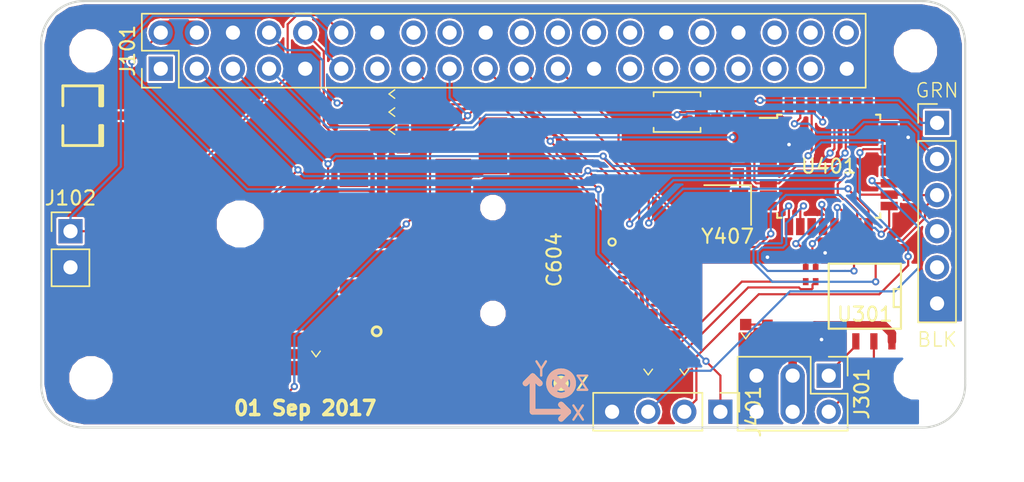
<source format=kicad_pcb>
(kicad_pcb (version 20170123) (host pcbnew no-vcs-found-3ee2f80~59~ubuntu17.04.1)
  (layers (0 F.Cu signal) (31 B.Cu signal) (34 B.Paste user) (35 F.Paste user) (36 B.SilkS user) (37 F.SilkS user) (38 B.Mask user) (39 F.Mask user) (44 Edge.Cuts user))
  (net 0 "")
  (net 1 GND)
  (net 2 +3V3)
  (net 3 /UltimateGPS/VBACKUP)
  (net 4 /DTR)
  (net 5 /RESET)
  (net 6 +5V)
  (net 7 /Arduino/XTAL1)
  (net 8 /Arduino/XTAL2)
  (net 9 /Arduino/AREF)
  (net 10 "Net-(C510-Pad2)")
  (net 11 /UltimateGPS/VGPS)
  (net 12 /PPS_ECHO+)
  (net 13 GNDPWR)
  (net 14 /BATPWR+)
  (net 15 /PWRLED+)
  (net 16 /E1_ECHO+)
  (net 17 /E0_ECHO+)
  (net 18 /UltimateGPS/VBACKUP+)
  (net 19 /FIX+)
  (net 20 /AT_RX)
  (net 21 /AT_TX)
  (net 22 /SCK)
  (net 23 /MISO)
  (net 24 /MOSI)
  (net 25 /PPS_ECHO)
  (net 26 /PPS)
  (net 27 /GO_BTN)
  (net 28 /GPS_TX)
  (net 29 /GPS_RX)
  (net 30 /SCL)
  (net 31 /SDA)
  (net 32 +BATT)
  (net 33 /STEER_HI)
  (net 34 /THROTTLE_HI)
  (net 35 /ENCODER0)
  (net 36 /ENCODER1)
  (net 37 /E0_ECHO)
  (net 38 /E1_ECHO)
  (net 39 /FIX)
  (net 40 /STEER)
  (net 41 /THROTTLE)
  (net 42 /UltimateGPS/ANT)
  (net 43 "Net-(J101-Pad40)")
  (net 44 "Net-(J101-Pad38)")
  (net 45 "Net-(J101-Pad37)")
  (net 46 "Net-(J101-Pad36)")
  (net 47 "Net-(J101-Pad35)")
  (net 48 "Net-(J101-Pad33)")
  (net 49 "Net-(J101-Pad32)")
  (net 50 "Net-(J101-Pad31)")
  (net 51 "Net-(J101-Pad29)")
  (net 52 "Net-(J101-Pad28)")
  (net 53 "Net-(J101-Pad27)")
  (net 54 "Net-(J101-Pad26)")
  (net 55 "Net-(J101-Pad24)")
  (net 56 "Net-(J101-Pad22)")
  (net 57 "Net-(J101-Pad18)")
  (net 58 "Net-(J101-Pad16)")
  (net 59 "Net-(J101-Pad13)")
  (net 60 "Net-(J101-Pad1)")
  (module KwanSystems:D_0603 (layer F.Cu) (at 152.20188 105.59542 90)
    (fp_text reference D432)
    (fp_text value RED)
    (pad 2 smd rect (at 0.8 0 270) (size 0.8 0.8) (layers F.Cu F.Paste F.Mask) (net 17 /E0_ECHO+))
    (pad 1 smd rect (at -0.8 0 270) (size 0.8 0.8) (layers F.Cu F.Paste F.Mask) (net 1 GND))
  )
  (module KwanSystems:FGPMMOPA6H (layer F.Cu) (at 123.99988 94.33142 180)
    (fp_text reference U601 hide)
    (fp_text value FGPMMOPA6H hide)
    (pad "" np_thru_hole circle (at 0.5 -0.85 180) (size 3 3) (drill 3) (layers *.Cu))
    (pad 20 smd rect (at 7.5 -6.75) (size 2 1) (layers F.Cu F.Paste F.Mask))
    (pad 19 smd rect (at 7.5 -5.25) (size 2 1) (layers F.Cu F.Paste F.Mask) (net 1 GND))
    (pad 18 smd rect (at 7.5 -3.75) (size 2 1) (layers F.Cu F.Paste F.Mask))
    (pad 17 smd rect (at 7.5 -2.25) (size 2 1) (layers F.Cu F.Paste F.Mask))
    (pad 16 smd rect (at 7.5 -0.75) (size 2 1) (layers F.Cu F.Paste F.Mask))
    (pad 15 smd rect (at 7.5 0.75) (size 2 1) (layers F.Cu F.Paste F.Mask))
    (pad 14 smd rect (at 7.5 2.25) (size 2 1) (layers F.Cu F.Paste F.Mask))
    (pad 13 smd rect (at 7.5 3.75) (size 2 1) (layers F.Cu F.Paste F.Mask) (net 26 /PPS))
    (pad 12 smd rect (at 7.5 5.25) (size 2 1) (layers F.Cu F.Paste F.Mask) (net 1 GND))
    (pad 11 smd rect (at 7.5 6.75) (size 2 1) (layers F.Cu F.Paste F.Mask) (net 42 /UltimateGPS/ANT))
    (pad 10 smd rect (at -7.5 6.75 180) (size 2 1) (layers F.Cu F.Paste F.Mask) (net 29 /GPS_RX))
    (pad 9 smd rect (at -7.5 5.25 180) (size 2 1) (layers F.Cu F.Paste F.Mask) (net 28 /GPS_TX))
    (pad 8 smd rect (at -7.5 3.75 180) (size 2 1) (layers F.Cu F.Paste F.Mask) (net 1 GND))
    (pad 7 smd rect (at -7.5 2.25 180) (size 2 1) (layers F.Cu F.Paste F.Mask))
    (pad 6 smd rect (at -7.5 0.75 180) (size 2 1) (layers F.Cu F.Paste F.Mask))
    (pad 5 smd rect (at -7.5 -0.75 180) (size 2 1) (layers F.Cu F.Paste F.Mask) (net 39 /FIX))
    (pad 4 smd rect (at -7.5 -2.25 180) (size 2 1) (layers F.Cu F.Paste F.Mask) (net 3 /UltimateGPS/VBACKUP))
    (pad 3 smd rect (at -7.5 -3.75 180) (size 2 1) (layers F.Cu F.Paste F.Mask) (net 1 GND))
    (pad 2 smd rect (at -7.5 -5.25 180) (size 2 1) (layers F.Cu F.Paste F.Mask))
    (pad 1 smd rect (at -7.5 -6.75 180) (size 2 1) (layers F.Cu F.Paste F.Mask) (net 11 /UltimateGPS/VGPS))
  )
  (module Pin_Headers:Pin_Header_Straight_2x20_Pitch2.54mm (layer F.Cu) (at 117.91188 84.25942 90)
    (fp_text reference J101 (at 1.27 -2.33 90) (layer F.SilkS))
    (fp_text value RPi_GPIO)
    (pad 40 thru_hole oval (at 2.54 48.26 90) (size 1.7 1.7) (drill 1) (layers *.Cu *.Mask) (net 43 "Net-(J101-Pad40)"))
    (pad 39 thru_hole oval (at 0 48.26 90) (size 1.7 1.7) (drill 1) (layers *.Cu *.Mask) (net 1 GND))
    (pad 38 thru_hole oval (at 2.54 45.72 90) (size 1.7 1.7) (drill 1) (layers *.Cu *.Mask) (net 44 "Net-(J101-Pad38)"))
    (pad 37 thru_hole oval (at 0 45.72 90) (size 1.7 1.7) (drill 1) (layers *.Cu *.Mask) (net 45 "Net-(J101-Pad37)"))
    (pad 36 thru_hole oval (at 2.54 43.18 90) (size 1.7 1.7) (drill 1) (layers *.Cu *.Mask) (net 46 "Net-(J101-Pad36)"))
    (pad 35 thru_hole oval (at 0 43.18 90) (size 1.7 1.7) (drill 1) (layers *.Cu *.Mask) (net 47 "Net-(J101-Pad35)"))
    (pad 34 thru_hole oval (at 2.54 40.64 90) (size 1.7 1.7) (drill 1) (layers *.Cu *.Mask) (net 1 GND))
    (pad 33 thru_hole oval (at 0 40.64 90) (size 1.7 1.7) (drill 1) (layers *.Cu *.Mask) (net 48 "Net-(J101-Pad33)"))
    (pad 32 thru_hole oval (at 2.54 38.1 90) (size 1.7 1.7) (drill 1) (layers *.Cu *.Mask) (net 49 "Net-(J101-Pad32)"))
    (pad 31 thru_hole oval (at 0 38.1 90) (size 1.7 1.7) (drill 1) (layers *.Cu *.Mask) (net 50 "Net-(J101-Pad31)"))
    (pad 30 thru_hole oval (at 2.54 35.56 90) (size 1.7 1.7) (drill 1) (layers *.Cu *.Mask) (net 1 GND))
    (pad 29 thru_hole oval (at 0 35.56 90) (size 1.7 1.7) (drill 1) (layers *.Cu *.Mask) (net 51 "Net-(J101-Pad29)"))
    (pad 28 thru_hole oval (at 2.54 33.02 90) (size 1.7 1.7) (drill 1) (layers *.Cu *.Mask) (net 52 "Net-(J101-Pad28)"))
    (pad 27 thru_hole oval (at 0 33.02 90) (size 1.7 1.7) (drill 1) (layers *.Cu *.Mask) (net 53 "Net-(J101-Pad27)"))
    (pad 26 thru_hole oval (at 2.54 30.48 90) (size 1.7 1.7) (drill 1) (layers *.Cu *.Mask) (net 54 "Net-(J101-Pad26)"))
    (pad 25 thru_hole oval (at 0 30.48 90) (size 1.7 1.7) (drill 1) (layers *.Cu *.Mask) (net 1 GND))
    (pad 24 thru_hole oval (at 2.54 27.94 90) (size 1.7 1.7) (drill 1) (layers *.Cu *.Mask) (net 55 "Net-(J101-Pad24)"))
    (pad 23 thru_hole oval (at 0 27.94 90) (size 1.7 1.7) (drill 1) (layers *.Cu *.Mask) (net 22 /SCK))
    (pad 22 thru_hole oval (at 2.54 25.4 90) (size 1.7 1.7) (drill 1) (layers *.Cu *.Mask) (net 56 "Net-(J101-Pad22)"))
    (pad 21 thru_hole oval (at 0 25.4 90) (size 1.7 1.7) (drill 1) (layers *.Cu *.Mask) (net 23 /MISO))
    (pad 20 thru_hole oval (at 2.54 22.86 90) (size 1.7 1.7) (drill 1) (layers *.Cu *.Mask) (net 1 GND))
    (pad 19 thru_hole oval (at 0 22.86 90) (size 1.7 1.7) (drill 1) (layers *.Cu *.Mask) (net 24 /MOSI))
    (pad 18 thru_hole oval (at 2.54 20.32 90) (size 1.7 1.7) (drill 1) (layers *.Cu *.Mask) (net 57 "Net-(J101-Pad18)"))
    (pad 17 thru_hole oval (at 0 20.32 90) (size 1.7 1.7) (drill 1) (layers *.Cu *.Mask) (net 2 +3V3))
    (pad 16 thru_hole oval (at 2.54 17.78 90) (size 1.7 1.7) (drill 1) (layers *.Cu *.Mask) (net 58 "Net-(J101-Pad16)"))
    (pad 15 thru_hole oval (at 0 17.78 90) (size 1.7 1.7) (drill 1) (layers *.Cu *.Mask) (net 25 /PPS_ECHO))
    (pad 14 thru_hole oval (at 2.54 15.24 90) (size 1.7 1.7) (drill 1) (layers *.Cu *.Mask) (net 1 GND))
    (pad 13 thru_hole oval (at 0 15.24 90) (size 1.7 1.7) (drill 1) (layers *.Cu *.Mask) (net 59 "Net-(J101-Pad13)"))
    (pad 12 thru_hole oval (at 2.54 12.7 90) (size 1.7 1.7) (drill 1) (layers *.Cu *.Mask) (net 26 /PPS))
    (pad 11 thru_hole oval (at 0 12.7 90) (size 1.7 1.7) (drill 1) (layers *.Cu *.Mask) (net 27 /GO_BTN))
    (pad 10 thru_hole oval (at 2.54 10.16 90) (size 1.7 1.7) (drill 1) (layers *.Cu *.Mask) (net 28 /GPS_TX))
    (pad 9 thru_hole oval (at 0 10.16 90) (size 1.7 1.7) (drill 1) (layers *.Cu *.Mask) (net 1 GND))
    (pad 8 thru_hole oval (at 2.54 7.62 90) (size 1.7 1.7) (drill 1) (layers *.Cu *.Mask) (net 29 /GPS_RX))
    (pad 7 thru_hole oval (at 0 7.62 90) (size 1.7 1.7) (drill 1) (layers *.Cu *.Mask) (net 5 /RESET))
    (pad 6 thru_hole oval (at 2.54 5.08 90) (size 1.7 1.7) (drill 1) (layers *.Cu *.Mask) (net 1 GND))
    (pad 5 thru_hole oval (at 0 5.08 90) (size 1.7 1.7) (drill 1) (layers *.Cu *.Mask) (net 30 /SCL))
    (pad 4 thru_hole oval (at 2.54 2.54 90) (size 1.7 1.7) (drill 1) (layers *.Cu *.Mask) (net 6 +5V))
    (pad 3 thru_hole oval (at 0 2.54 90) (size 1.7 1.7) (drill 1) (layers *.Cu *.Mask) (net 31 /SDA))
    (pad 2 thru_hole oval (at 2.54 0 90) (size 1.7 1.7) (drill 1) (layers *.Cu *.Mask) (net 6 +5V))
    (pad 1 thru_hole rect (at 0 0 90) (size 1.7 1.7) (drill 1) (layers *.Cu *.Mask) (net 60 "Net-(J101-Pad1)"))
  )
  (module 1pin (layer F.Cu) (at 171 106)
    (fp_text reference 1PIN hide)
    (fp_text value P*** hide)
    (pad "" np_thru_hole circle (at 0 0) (size 2.75 2.75) (drill 2.75) (layers *.Cu))
  )
  (module 1pin (layer F.Cu) (at 113 106)
    (fp_text reference 1PIN hide)
    (fp_text value P*** hide)
    (pad "" np_thru_hole circle (at 0 0) (size 2.75 2.75) (drill 2.75) (layers *.Cu))
  )
  (module 1pin (layer F.Cu) (at 171 83)
    (fp_text reference 1PIN hide)
    (fp_text value P*** hide)
    (pad "" np_thru_hole circle (at 0 0) (size 2.75 2.75) (drill 2.75) (layers *.Cu *.Mask))
  )
  (module 1pin (layer F.Cu) (at 113 83)
    (fp_text reference 1PIN hide)
    (fp_text value P*** hide)
    (pad "" np_thru_hole circle (at 0 0) (size 2.75 2.75) (drill 2.75) (layers *.Cu))
  )
  (module KwanSystems:CR1220-2 (layer F.Cu) (at 141.27988 97.97542 90)
    (fp_text reference B604)
    (fp_text value Coin_Cell)
    (pad "" np_thru_hole circle (at 3.95 0 90) (size 1.5 1.5) (drill 1.5) (layers *.Cu))
    (pad "" np_thru_hole circle (at -3.5 0 90) (size 1.5 1.5) (drill 1.5) (layers *.Cu))
    (pad - smd rect (at -7.6 0 90) (size 4 2) (layers F.Cu F.Paste F.Mask) (net 1 GND))
    (pad + smd rect (at 8.29 0 90) (size 4 2) (layers F.Cu F.Paste F.Mask) (net 3 /UltimateGPS/VBACKUP))
  )
  (module KwanSystems:SMD_0603 (layer F.Cu) (at 157.78988 86.54542 180)
    (fp_text reference C002)
    (fp_text value 100nF)
    (pad 1 smd rect (at -0.75 0 180) (size 0.8 0.75) (layers F.Cu F.Paste F.Mask) (net 4 /DTR))
    (pad 2 smd rect (at 0.75 0 180) (size 0.8 0.75) (layers F.Cu F.Paste F.Mask) (net 5 /RESET))
  )
  (module KwanSystems:SMD_0603 (layer F.Cu) (at 157.78988 90.35542 180)
    (fp_text reference C404)
    (fp_text value 100nF)
    (pad 1 smd rect (at -0.75 0 180) (size 0.8 0.75) (layers F.Cu F.Paste F.Mask) (net 6 +5V))
    (pad 2 smd rect (at 0.75 0 180) (size 0.8 0.75) (layers F.Cu F.Paste F.Mask) (net 1 GND))
  )
  (module KwanSystems:SMD_0603 (layer F.Cu) (at 157.78988 89.08542 180)
    (fp_text reference C406)
    (fp_text value 100nF)
    (pad 2 smd rect (at 0.75 0 180) (size 0.8 0.75) (layers F.Cu F.Paste F.Mask) (net 1 GND))
    (pad 1 smd rect (at -0.75 0 180) (size 0.8 0.75) (layers F.Cu F.Paste F.Mask) (net 6 +5V))
  )
  (module KwanSystems:SMD_0603 (layer F.Cu) (at 157.78988 91.62542)
    (fp_text reference C407)
    (fp_text value 22pF)
    (pad 2 smd rect (at 0.75 0) (size 0.8 0.75) (layers F.Cu F.Paste F.Mask) (net 7 /Arduino/XTAL1))
    (pad 1 smd rect (at -0.75 0) (size 0.8 0.75) (layers F.Cu F.Paste F.Mask) (net 1 GND))
  )
  (module KwanSystems:SMD_0603 (layer F.Cu) (at 157.78988 96.19742 180)
    (fp_text reference C408)
    (fp_text value 22pF)
    (pad 1 smd rect (at -0.75 0 180) (size 0.8 0.75) (layers F.Cu F.Paste F.Mask) (net 1 GND))
    (pad 2 smd rect (at 0.75 0 180) (size 0.8 0.75) (layers F.Cu F.Paste F.Mask) (net 8 /Arduino/XTAL2))
  )
  (module KwanSystems:SMD_0603 (layer F.Cu) (at 170.48988 93.91142 270)
    (fp_text reference C418)
    (fp_text value 100nF)
    (pad 1 smd rect (at -0.75 0 270) (size 0.8 0.75) (layers F.Cu F.Paste F.Mask) (net 6 +5V))
    (pad 2 smd rect (at 0.75 0 270) (size 0.8 0.75) (layers F.Cu F.Paste F.Mask) (net 1 GND))
  )
  (module KwanSystems:SMD_0603 (layer F.Cu) (at 170.48988 91.11742 90)
    (fp_text reference C420)
    (fp_text value 100nF)
    (pad 2 smd rect (at 0.75 0 90) (size 0.8 0.75) (layers F.Cu F.Paste F.Mask) (net 1 GND))
    (pad 1 smd rect (at -0.75 0 90) (size 0.8 0.75) (layers F.Cu F.Paste F.Mask) (net 9 /Arduino/AREF))
  )
  (module KwanSystems:SMD_0603 (layer F.Cu) (at 150.67788 101.53142 180)
    (fp_text reference C508)
    (fp_text value 100nF)
    (pad 1 smd rect (at -0.75 0 180) (size 0.8 0.75) (layers F.Cu F.Paste F.Mask) (net 1 GND))
    (pad 2 smd rect (at 0.75 0 180) (size 0.8 0.75) (layers F.Cu F.Paste F.Mask) (net 2 +3V3))
  )
  (module KwanSystems:SMD_0603 (layer F.Cu) (at 153.21788 101.53142 180)
    (fp_text reference C510)
    (fp_text value 100nF)
    (pad 2 smd rect (at 0.75 0 180) (size 0.8 0.75) (layers F.Cu F.Paste F.Mask) (net 10 "Net-(C510-Pad2)"))
    (pad 1 smd rect (at -0.75 0 180) (size 0.8 0.75) (layers F.Cu F.Paste F.Mask) (net 1 GND))
  )
  (module KwanSystems:SMD_0603 (layer F.Cu) (at 154.74188 98.73742 270)
    (fp_text reference C513)
    (fp_text value 100nF)
    (pad 2 smd rect (at 0.75 0 270) (size 0.8 0.75) (layers F.Cu F.Paste F.Mask) (net 2 +3V3))
    (pad 1 smd rect (at -0.75 0 270) (size 0.8 0.75) (layers F.Cu F.Paste F.Mask) (net 1 GND))
  )
  (module KwanSystems:SMD_0603 (layer F.Cu) (at 131.37388 104.32542 90)
    (fp_text reference C601)
    (fp_text value 100nF)
    (pad 1 smd rect (at -0.75 0 90) (size 0.8 0.75) (layers F.Cu F.Paste F.Mask) (net 1 GND))
    (pad 2 smd rect (at 0.75 0 90) (size 0.8 0.75) (layers F.Cu F.Paste F.Mask) (net 11 /UltimateGPS/VGPS))
  )
  (module KwanSystems:SMD_0603 (layer F.Cu) (at 130.10388 104.32542 90)
    (fp_text reference C603)
    (fp_text value 10uF)
    (pad 1 smd rect (at -0.75 0 90) (size 0.8 0.75) (layers F.Cu F.Paste F.Mask) (net 1 GND))
    (pad 2 smd rect (at 0.75 0 90) (size 0.8 0.75) (layers F.Cu F.Paste F.Mask) (net 11 /UltimateGPS/VGPS))
  )
  (module KwanSystems:Supercap (layer F.Cu) (at 138.48588 97.69542 90)
    (fp_text reference C604 (at 0 7.1 90) (layer F.SilkS))
    (fp_text value 220mF)
    (pad 1 smd rect (at 4.8 0 90) (size 4.6 2.5) (layers F.Cu F.Paste F.Mask) (net 3 /UltimateGPS/VBACKUP))
    (pad 2 smd rect (at -4.8 0 90) (size 4.6 2.5) (layers F.Cu F.Paste F.Mask) (net 1 GND))
  )
  (module KwanSystems:SMD_0603 (layer F.Cu) (at 121.46788 106.86542 270)
    (fp_text reference C802)
    (fp_text value 100nF)
    (pad 2 smd rect (at 0.75 0 270) (size 0.8 0.75) (layers F.Cu F.Paste F.Mask) (net 2 +3V3))
    (pad 1 smd rect (at -0.75 0 270) (size 0.8 0.75) (layers F.Cu F.Paste F.Mask) (net 1 GND))
  )
  (module KwanSystems:D_0603 (layer F.Cu) (at 134.16788 86.03742)
    (fp_text reference D122)
    (fp_text value RED)
    (pad 2 smd rect (at 0.8 0 180) (size 0.8 0.8) (layers F.Cu F.Paste F.Mask) (net 12 /PPS_ECHO+))
    (pad 1 smd rect (at -0.8 0 180) (size 0.8 0.8) (layers F.Cu F.Paste F.Mask) (net 1 GND))
  )
  (module KwanSystems:D_0603 (layer F.Cu) (at 159.05988 103.05542 90)
    (fp_text reference D306)
    (fp_text value GREEN)
    (pad 1 smd rect (at -0.8 0 270) (size 0.8 0.8) (layers F.Cu F.Paste F.Mask) (net 13 GNDPWR))
    (pad 2 smd rect (at 0.8 0 270) (size 0.8 0.8) (layers F.Cu F.Paste F.Mask) (net 14 /BATPWR+))
  )
  (module KwanSystems:D_0603 (layer F.Cu) (at 134.16788 87.30742)
    (fp_text reference D401)
    (fp_text value GREEN)
    (pad 1 smd rect (at -0.8 0 180) (size 0.8 0.8) (layers F.Cu F.Paste F.Mask) (net 1 GND))
    (pad 2 smd rect (at 0.8 0 180) (size 0.8 0.8) (layers F.Cu F.Paste F.Mask) (net 15 /PWRLED+))
  )
  (module KwanSystems:D_0603 (layer F.Cu) (at 154.74188 105.59542 90)
    (fp_text reference D417)
    (fp_text value YELLOW)
    (pad 2 smd rect (at 0.8 0 270) (size 0.8 0.8) (layers F.Cu F.Paste F.Mask) (net 16 /E1_ECHO+))
    (pad 1 smd rect (at -0.8 0 270) (size 0.8 0.8) (layers F.Cu F.Paste F.Mask) (net 1 GND))
  )
  (module KwanSystems:D_0603 (layer F.Cu) (at 128.83388 104.32542 90)
    (fp_text reference D604)
    (fp_text value D_Schottky)
    (pad 2 smd rect (at 0.8 0 270) (size 0.8 0.8) (layers F.Cu F.Paste F.Mask) (net 11 /UltimateGPS/VGPS))
    (pad 1 smd rect (at -0.8 0 270) (size 0.8 0.8) (layers F.Cu F.Paste F.Mask) (net 18 /UltimateGPS/VBACKUP+))
  )
  (module KwanSystems:D_0603 (layer F.Cu) (at 134.16788 88.57742)
    (fp_text reference D613)
    (fp_text value RED)
    (pad 1 smd rect (at -0.8 0 180) (size 0.8 0.8) (layers F.Cu F.Paste F.Mask) (net 1 GND))
    (pad 2 smd rect (at 0.8 0 180) (size 0.8 0.8) (layers F.Cu F.Paste F.Mask) (net 19 /FIX+))
  )
  (module Pin_Headers:Pin_Header_Straight_1x06_Pitch2.54mm (layer F.Cu) (at 172.52188 88.06942)
    (fp_text reference J001 hide)
    (fp_text value SPARKFUN_6PIN)
    (pad 6 thru_hole oval (at 0 12.7) (size 1.7 1.7) (drill 1) (layers *.Cu *.Mask) (net 1 GND))
    (pad 5 thru_hole oval (at 0 10.16) (size 1.7 1.7) (drill 1) (layers *.Cu *.Mask))
    (pad 4 thru_hole oval (at 0 7.62) (size 1.7 1.7) (drill 1) (layers *.Cu *.Mask) (net 20 /AT_RX))
    (pad 3 thru_hole oval (at 0 5.08) (size 1.7 1.7) (drill 1) (layers *.Cu *.Mask) (net 6 +5V))
    (pad 2 thru_hole oval (at 0 2.54) (size 1.7 1.7) (drill 1) (layers *.Cu *.Mask) (net 21 /AT_TX))
    (pad 1 thru_hole rect (at 0 0) (size 1.7 1.7) (drill 1) (layers *.Cu *.Mask) (net 4 /DTR))
  )
  (module Socket_Strips:Socket_Strip_Straight_1x02_Pitch2.54mm (layer F.Cu) (at 111.56188 95.68942)
    (fp_text reference J102 (at 0 -2.33) (layer F.SilkS))
    (fp_text value CONN_01X02)
    (pad 2 thru_hole oval (at 0 2.54) (size 1.7 1.7) (drill 1) (layers *.Cu *.Mask) (net 1 GND))
    (pad 1 thru_hole rect (at 0 0) (size 1.7 1.7) (drill 1) (layers *.Cu *.Mask) (net 27 /GO_BTN))
  )
  (module Pin_Headers:Pin_Header_Straight_2x03_Pitch2.54mm (layer F.Cu) (at 164.90188 105.84942 270)
    (fp_text reference J301 (at 1.27 -2.33 270) (layer F.SilkS))
    (fp_text value CONN_02X03)
    (pad 6 thru_hole oval (at 2.54 5.08 270) (size 1.7 1.7) (drill 1) (layers *.Cu *.Mask) (net 13 GNDPWR))
    (pad 5 thru_hole oval (at 0 5.08 270) (size 1.7 1.7) (drill 1) (layers *.Cu *.Mask) (net 13 GNDPWR))
    (pad 4 thru_hole oval (at 2.54 2.54 270) (size 1.7 1.7) (drill 1) (layers *.Cu *.Mask) (net 32 +BATT))
    (pad 3 thru_hole oval (at 0 2.54 270) (size 1.7 1.7) (drill 1) (layers *.Cu *.Mask) (net 32 +BATT))
    (pad 2 thru_hole oval (at 2.54 0 270) (size 1.7 1.7) (drill 1) (layers *.Cu *.Mask) (net 33 /STEER_HI))
    (pad 1 thru_hole rect (at 0 0 270) (size 1.7 1.7) (drill 1) (layers *.Cu *.Mask) (net 34 /THROTTLE_HI))
  )
  (module Pin_Headers:Pin_Header_Straight_1x04_Pitch2.54mm (layer F.Cu) (at 157.28188 108.38942 270)
    (fp_text reference J401 (at 0 -2.33 270) (layer F.SilkS))
    (fp_text value CONN_01X04)
    (pad 4 thru_hole oval (at 0 7.62 270) (size 1.7 1.7) (drill 1) (layers *.Cu *.Mask) (net 1 GND))
    (pad 3 thru_hole oval (at 0 5.08 270) (size 1.7 1.7) (drill 1) (layers *.Cu *.Mask) (net 35 /ENCODER0))
    (pad 2 thru_hole oval (at 0 2.54 270) (size 1.7 1.7) (drill 1) (layers *.Cu *.Mask) (net 36 /ENCODER1))
    (pad 1 thru_hole rect (at 0 0 270) (size 1.7 1.7) (drill 1) (layers *.Cu *.Mask) (net 6 +5V))
  )
  (module KwanSystems:SMD_0805 (layer F.Cu) (at 127.30988 104.32542 90)
    (fp_text reference L601)
    (fp_text value Ferrite)
    (pad 1 smd rect (at -1 0 90) (size 1 1.25) (layers F.Cu F.Paste F.Mask) (net 2 +3V3))
    (pad 2 smd rect (at 1 0 90) (size 1 1.25) (layers F.Cu F.Paste F.Mask) (net 11 /UltimateGPS/VGPS))
  )
  (module KwanSystems:SMD_0603 (layer F.Cu) (at 113.59388 96.95942 270)
    (fp_text reference R117)
    (fp_text value 10k)
    (pad 1 smd rect (at -0.75 0 270) (size 0.8 0.75) (layers F.Cu F.Paste F.Mask) (net 27 /GO_BTN))
    (pad 2 smd rect (at 0.75 0 270) (size 0.8 0.75) (layers F.Cu F.Paste F.Mask) (net 2 +3V3))
  )
  (module KwanSystems:R_Array_Convex_2x0402 (layer F.Cu) (at 136.70788 86.79942 180)
    (fp_text reference R122)
    (fp_text value 680)
    (pad 1 smd rect (at -0.5 -0.35 180) (size 0.5 0.4) (layers F.Cu F.Paste F.Mask) (net 6 +5V))
    (pad 2 smd rect (at -0.5 0.35 180) (size 0.5 0.4) (layers F.Cu F.Paste F.Mask) (net 25 /PPS_ECHO))
    (pad 3 smd rect (at 0.5 0.35 180) (size 0.5 0.4) (layers F.Cu F.Paste F.Mask) (net 12 /PPS_ECHO+))
    (pad 4 smd rect (at 0.5 -0.35 180) (size 0.5 0.4) (layers F.Cu F.Paste F.Mask) (net 15 /PWRLED+))
  )
  (module KwanSystems:SMD_0603 (layer F.Cu) (at 160.58388 103.05542 90)
    (fp_text reference R306)
    (fp_text value 1.5k)
    (pad 2 smd rect (at 0.75 0 90) (size 0.8 0.75) (layers F.Cu F.Paste F.Mask) (net 14 /BATPWR+))
    (pad 1 smd rect (at -0.75 0 90) (size 0.8 0.75) (layers F.Cu F.Paste F.Mask) (net 32 +BATT))
  )
  (module KwanSystems:R_Array_Convex_2x0402 (layer F.Cu) (at 163.63188 98.73742 270)
    (fp_text reference R413)
    (fp_text value 680)
    (pad 4 smd rect (at 0.5 -0.35 270) (size 0.5 0.4) (layers F.Cu F.Paste F.Mask) (net 16 /E1_ECHO+))
    (pad 3 smd rect (at 0.5 0.35 270) (size 0.5 0.4) (layers F.Cu F.Paste F.Mask) (net 17 /E0_ECHO+))
    (pad 2 smd rect (at -0.5 0.35 270) (size 0.5 0.4) (layers F.Cu F.Paste F.Mask) (net 37 /E0_ECHO))
    (pad 1 smd rect (at -0.5 -0.35 270) (size 0.5 0.4) (layers F.Cu F.Paste F.Mask) (net 38 /E1_ECHO))
  )
  (module KwanSystems:SMD_0603 (layer F.Cu) (at 157.78988 87.81542 180)
    (fp_text reference R429)
    (fp_text value 10k)
    (pad 2 smd rect (at 0.75 0 180) (size 0.8 0.75) (layers F.Cu F.Paste F.Mask) (net 5 /RESET))
    (pad 1 smd rect (at -0.75 0 180) (size 0.8 0.75) (layers F.Cu F.Paste F.Mask) (net 6 +5V))
  )
  (module KwanSystems:SMD_0603 (layer F.Cu) (at 144.83588 101.78542 270)
    (fp_text reference R604)
    (fp_text value 10k)
    (pad 1 smd rect (at -0.75 0 270) (size 0.8 0.75) (layers F.Cu F.Paste F.Mask) (net 3 /UltimateGPS/VBACKUP))
    (pad 2 smd rect (at 0.75 0 270) (size 0.8 0.75) (layers F.Cu F.Paste F.Mask) (net 18 /UltimateGPS/VBACKUP+))
  )
  (module KwanSystems:SMD_0603 (layer F.Cu) (at 134.16788 89.84742)
    (fp_text reference R613)
    (fp_text value 680)
    (pad 2 smd rect (at 0.75 0) (size 0.8 0.75) (layers F.Cu F.Paste F.Mask) (net 19 /FIX+))
    (pad 1 smd rect (at -0.75 0) (size 0.8 0.75) (layers F.Cu F.Paste F.Mask) (net 39 /FIX))
  )
  (module KwanSystems:SW_SPST_B3U-1000P (layer F.Cu) (at 154.23388 87.30742 180)
    (fp_text reference S429)
    (fp_text value SW_SPST)
    (pad 1 smd rect (at -1.7 0 180) (size 0.9 1.7) (layers F.Cu F.Paste F.Mask) (net 5 /RESET))
    (pad 2 smd rect (at 1.7 0 180) (size 0.9 1.7) (layers F.Cu F.Paste F.Mask) (net 1 GND))
  )
  (module SMD_Packages:SOIC-8-N (layer F.Cu) (at 167.44188 100.26142 180)
    (fp_text reference U301 (at 0 -1.27 180) (layer F.SilkS))
    (fp_text value ADuM3221)
    (pad 1 smd rect (at -1.905 3.175 180) (size 0.508 1.143) (layers F.Cu F.Paste F.Mask) (net 6 +5V))
    (pad 2 smd rect (at -0.635 3.175 180) (size 0.508 1.143) (layers F.Cu F.Paste F.Mask) (net 40 /STEER))
    (pad 3 smd rect (at 0.635 3.175 180) (size 0.508 1.143) (layers F.Cu F.Paste F.Mask) (net 41 /THROTTLE))
    (pad 4 smd rect (at 1.905 3.175 180) (size 0.508 1.143) (layers F.Cu F.Paste F.Mask) (net 1 GND))
    (pad 5 smd rect (at 1.905 -3.175 180) (size 0.508 1.143) (layers F.Cu F.Paste F.Mask) (net 13 GNDPWR))
    (pad 6 smd rect (at 0.635 -3.175 180) (size 0.508 1.143) (layers F.Cu F.Paste F.Mask) (net 34 /THROTTLE_HI))
    (pad 7 smd rect (at -0.635 -3.175 180) (size 0.508 1.143) (layers F.Cu F.Paste F.Mask) (net 33 /STEER_HI))
    (pad 8 smd rect (at -1.905 -3.175 180) (size 0.508 1.143) (layers F.Cu F.Paste F.Mask) (net 32 +BATT))
  )
  (module Housings_QFP:LQFP-32_7x7mm_Pitch0.8mm (layer F.Cu) (at 164.90188 91.11742)
    (fp_text reference U401 (at 0 0) (layer F.SilkS))
    (fp_text value ATMEGA328P-AU)
    (pad 32 smd rect (at -2.8 -4.25 90) (size 1.2 0.6) (layers F.Cu F.Paste F.Mask))
    (pad 31 smd rect (at -2 -4.25 90) (size 1.2 0.6) (layers F.Cu F.Paste F.Mask) (net 21 /AT_TX))
    (pad 30 smd rect (at -1.2 -4.25 90) (size 1.2 0.6) (layers F.Cu F.Paste F.Mask) (net 20 /AT_RX))
    (pad 29 smd rect (at -0.4 -4.25 90) (size 1.2 0.6) (layers F.Cu F.Paste F.Mask) (net 5 /RESET))
    (pad 28 smd rect (at 0.4 -4.25 90) (size 1.2 0.6) (layers F.Cu F.Paste F.Mask) (net 30 /SCL))
    (pad 27 smd rect (at 1.2 -4.25 90) (size 1.2 0.6) (layers F.Cu F.Paste F.Mask) (net 31 /SDA))
    (pad 26 smd rect (at 2 -4.25 90) (size 1.2 0.6) (layers F.Cu F.Paste F.Mask))
    (pad 25 smd rect (at 2.8 -4.25 90) (size 1.2 0.6) (layers F.Cu F.Paste F.Mask))
    (pad 24 smd rect (at 4.25 -2.8) (size 1.2 0.6) (layers F.Cu F.Paste F.Mask))
    (pad 23 smd rect (at 4.25 -2) (size 1.2 0.6) (layers F.Cu F.Paste F.Mask))
    (pad 22 smd rect (at 4.25 -1.2) (size 1.2 0.6) (layers F.Cu F.Paste F.Mask) (net 36 /ENCODER1))
    (pad 21 smd rect (at 4.25 -0.4) (size 1.2 0.6) (layers F.Cu F.Paste F.Mask) (net 1 GND))
    (pad 20 smd rect (at 4.25 0.4) (size 1.2 0.6) (layers F.Cu F.Paste F.Mask) (net 9 /Arduino/AREF))
    (pad 19 smd rect (at 4.25 1.2) (size 1.2 0.6) (layers F.Cu F.Paste F.Mask) (net 35 /ENCODER0))
    (pad 18 smd rect (at 4.25 2) (size 1.2 0.6) (layers F.Cu F.Paste F.Mask) (net 6 +5V))
    (pad 17 smd rect (at 4.25 2.8) (size 1.2 0.6) (layers F.Cu F.Paste F.Mask) (net 22 /SCK))
    (pad 16 smd rect (at 2.8 4.25 90) (size 1.2 0.6) (layers F.Cu F.Paste F.Mask) (net 23 /MISO))
    (pad 15 smd rect (at 2 4.25 90) (size 1.2 0.6) (layers F.Cu F.Paste F.Mask) (net 24 /MOSI))
    (pad 14 smd rect (at 1.2 4.25 90) (size 1.2 0.6) (layers F.Cu F.Paste F.Mask) (net 38 /E1_ECHO))
    (pad 13 smd rect (at 0.4 4.25 90) (size 1.2 0.6) (layers F.Cu F.Paste F.Mask) (net 37 /E0_ECHO))
    (pad 12 smd rect (at -0.4 4.25 90) (size 1.2 0.6) (layers F.Cu F.Paste F.Mask))
    (pad 11 smd rect (at -1.2 4.25 90) (size 1.2 0.6) (layers F.Cu F.Paste F.Mask))
    (pad 10 smd rect (at -2 4.25 90) (size 1.2 0.6) (layers F.Cu F.Paste F.Mask) (net 41 /THROTTLE))
    (pad 9 smd rect (at -2.8 4.25 90) (size 1.2 0.6) (layers F.Cu F.Paste F.Mask) (net 40 /STEER))
    (pad 8 smd rect (at -4.25 2.8) (size 1.2 0.6) (layers F.Cu F.Paste F.Mask) (net 8 /Arduino/XTAL2))
    (pad 7 smd rect (at -4.25 2) (size 1.2 0.6) (layers F.Cu F.Paste F.Mask) (net 7 /Arduino/XTAL1))
    (pad 6 smd rect (at -4.25 1.2) (size 1.2 0.6) (layers F.Cu F.Paste F.Mask) (net 6 +5V))
    (pad 5 smd rect (at -4.25 0.4) (size 1.2 0.6) (layers F.Cu F.Paste F.Mask) (net 1 GND))
    (pad 4 smd rect (at -4.25 -0.4) (size 1.2 0.6) (layers F.Cu F.Paste F.Mask) (net 6 +5V))
    (pad 3 smd rect (at -4.25 -1.2) (size 1.2 0.6) (layers F.Cu F.Paste F.Mask) (net 1 GND))
    (pad 2 smd rect (at -4.25 -2) (size 1.2 0.6) (layers F.Cu F.Paste F.Mask))
    (pad 1 smd rect (at -4.25 -2.8) (size 1.2 0.6) (layers F.Cu F.Paste F.Mask))
  )
  (module KwanSystems:QFN24_PAD (layer F.Cu) (at 151.94788 98.73742)
    (fp_text reference U501 hide)
    (fp_text value MPU9250 hide)
    (pad 22 smd oval (at -0.2 -1.55) (size 0.225 0.7) (layers F.Cu F.Paste F.Mask) (net 1 GND))
    (pad 21 smd oval (at 0.2 -1.55) (size 0.225 0.7) (layers F.Cu F.Paste F.Mask))
    (pad 20 smd oval (at 0.6 -1.55) (size 0.225 0.7) (layers F.Cu F.Paste F.Mask) (net 1 GND))
    (pad 19 smd oval (at 1 -1.55) (size 0.225 0.7) (layers F.Cu F.Paste F.Mask))
    (pad 24 smd oval (at -1 -1.55) (size 0.225 0.7) (layers F.Cu F.Paste F.Mask) (net 31 /SDA))
    (pad 23 smd oval (at -0.6 -1.55) (size 0.225 0.7) (layers F.Cu F.Paste F.Mask) (net 30 /SCL))
    (pad 10 smd oval (at 0.2 1.55 180) (size 0.225 0.7) (layers F.Cu F.Paste F.Mask) (net 10 "Net-(C510-Pad2)"))
    (pad 9 smd oval (at -0.2 1.55 180) (size 0.225 0.7) (layers F.Cu F.Paste F.Mask) (net 1 GND))
    (pad 8 smd oval (at -0.6 1.55 180) (size 0.225 0.7) (layers F.Cu F.Paste F.Mask) (net 2 +3V3))
    (pad 7 smd oval (at -1 1.55 180) (size 0.225 0.7) (layers F.Cu F.Paste F.Mask))
    (pad 12 smd oval (at 1 1.55 180) (size 0.225 0.7) (layers F.Cu F.Paste F.Mask))
    (pad 11 smd oval (at 0.6 1.55 180) (size 0.225 0.7) (layers F.Cu F.Paste F.Mask))
    (pad 4 smd oval (at -1.55 0.2 90) (size 0.225 0.7) (layers F.Cu F.Paste F.Mask))
    (pad 3 smd oval (at -1.55 -0.2 90) (size 0.225 0.7) (layers F.Cu F.Paste F.Mask))
    (pad 2 smd oval (at -1.55 -0.6 90) (size 0.225 0.7) (layers F.Cu F.Paste F.Mask))
    (pad 1 smd oval (at -1.55 -1 90) (size 0.225 0.7) (layers F.Cu F.Paste F.Mask) (net 2 +3V3))
    (pad 6 smd oval (at -1.55 1 90) (size 0.225 0.7) (layers F.Cu F.Paste F.Mask))
    (pad 5 smd oval (at -1.55 0.6 90) (size 0.225 0.7) (layers F.Cu F.Paste F.Mask))
    (pad 16 smd oval (at 1.55 -0.2 270) (size 0.225 0.7) (layers F.Cu F.Paste F.Mask))
    (pad 15 smd oval (at 1.55 0.2 270) (size 0.225 0.7) (layers F.Cu F.Paste F.Mask))
    (pad 14 smd oval (at 1.55 0.6 270) (size 0.225 0.7) (layers F.Cu F.Paste F.Mask))
    (pad 13 smd oval (at 1.55 1 270) (size 0.225 0.7) (layers F.Cu F.Paste F.Mask) (net 2 +3V3))
    (pad 18 smd oval (at 1.55 -1 270) (size 0.225 0.7) (layers F.Cu F.Paste F.Mask) (net 1 GND))
    (pad 17 smd oval (at 1.55 -0.6 270) (size 0.225 0.7) (layers F.Cu F.Paste F.Mask))
  )
  (module KwanSystems:BMP180 (layer F.Cu) (at 118.67388 106.86542 180)
    (fp_text reference U801 hide)
    (fp_text value BMP180)
    (pad 3 smd rect (at -1.5 -1.45 180) (size 0.6 1.2) (layers F.Cu F.Paste F.Mask) (net 2 +3V3))
    (pad 2 smd rect (at 0 -1.45 180) (size 0.6 1.2) (layers F.Cu F.Paste F.Mask) (net 2 +3V3))
    (pad 1 smd rect (at 1.5 -1.45 180) (size 0.6 1.2) (layers F.Cu F.Paste F.Mask))
    (pad 4 smd rect (at -1.5 1.45 180) (size 0.6 1.2) (layers F.Cu F.Paste F.Mask))
    (pad 5 smd rect (at 0 1.45 180) (size 0.6 1.2) (layers F.Cu F.Paste F.Mask) (net 30 /SCL))
    (pad 6 smd rect (at 1.5 1.45 180) (size 0.6 1.2) (layers F.Cu F.Paste F.Mask) (net 31 /SDA))
    (pad 7 smd rect (at 1.55 0 180) (size 1.2 0.6) (layers F.Cu F.Paste F.Mask) (net 1 GND))
  )
  (module KwanSystems:U.FL (layer F.Cu) (at 112.32388 87.56142)
    (fp_text reference X611)
    (fp_text value uFL)
    (pad 1 smd rect (at 0 -1.375) (size 2.2 1.05) (layers F.Cu F.Paste F.Mask) (net 1 GND))
    (pad 2 smd rect (at 0 1.375) (size 2.2 1.05) (layers F.Cu F.Paste F.Mask) (net 1 GND))
    (pad 3 smd rect (at 1.525 0) (size 0.8 1) (layers F.Cu F.Paste F.Mask) (net 42 /UltimateGPS/ANT))
  )
  (module Crystals:Crystal_SMD_2520-4pin_2.5x2.0mm (layer F.Cu) (at 157.78988 93.84942 180)
    (fp_text reference Y407 (at 0 -2.2 180) (layer F.SilkS))
    (fp_text value 16MHz)
    (pad 4 smd rect (at -0.875 -0.7 180) (size 1.15 1) (layers F.Cu F.Paste F.Mask) (net 1 GND))
    (pad 3 smd rect (at 0.875 -0.7 180) (size 1.15 1) (layers F.Cu F.Paste F.Mask) (net 8 /Arduino/XTAL2))
    (pad 2 smd rect (at 0.875 0.7 180) (size 1.15 1) (layers F.Cu F.Paste F.Mask) (net 1 GND))
    (pad 1 smd rect (at -0.875 0.7 180) (size 1.15 1) (layers F.Cu F.Paste F.Mask) (net 7 /Arduino/XTAL1))
  )
  (module KwanSystems:Axis (layer F.Cu) (at 144.07388 108.38942)
    (fp_text reference U501 hide)
    (fp_text value MPU9250 hide)
    (fp_text user Z (at 3.5 -2) (layer B.SilkS) (effects (justify mirror)))
    (fp_text user Y (at 0.6 -3) (layer B.SilkS) (effects (justify mirror)))
    (fp_text user X (at 3.2 0.1) (layer B.SilkS) (effects (justify mirror)))
    (fp_text user Z (at 3.5 -2) (layer F.SilkS))
    (fp_text user X (at 3.2 0.1) (layer F.SilkS))
    (fp_text user Y (at 0.6 -3) (layer F.SilkS))
  )
  (gr_text "01 Sep 2017" (at 128.07188 108.13542) (layer F.SilkS) (effects (font (size 1 1) (thickness 0.25))))
  (gr_text GRN (at 172.52188 85.78342) (layer F.SilkS) (effects (font (size 1 1) (thickness 0.1))))
  (gr_text BLK (at 172.52188 103.30942) (layer F.SilkS) (effects (font (size 1 1) (thickness 0.1))))
  (gr_line (start 171.5 109.5) (end 170.95 109.5) (angle 90) (layer Edge.Cuts) (width 0.15))
  (gr_line (start 174.5 106.05) (end 174.5 106.5) (angle 90) (layer Edge.Cuts) (width 0.15))
  (gr_line (start 174.5 82.5) (end 174.5 106.05) (angle 90) (layer Edge.Cuts) (width 0.15))
  (gr_line (start 112.5 109.5) (end 170.95 109.5) (angle 90) (layer Edge.Cuts) (width 0.15))
  (gr_line (start 109.5 98.5) (end 109.5 106.5) (angle 90) (layer Edge.Cuts) (width 0.15))
  (gr_line (start 112.5 79.5) (end 171 79.5) (angle 90) (layer Edge.Cuts) (width 0.15))
  (gr_line (start 109.5 98.5) (end 109.5 82.5) (angle 90) (layer Edge.Cuts) (width 0.15))
  (gr_arc (start 112.5 106.5) (end 112.5 109.5) (angle 90) (layer Edge.Cuts) (width 0.15))
  (gr_arc (start 171.5 106.5) (end 174.5 106.5) (angle 90) (layer Edge.Cuts) (width 0.15))
  (gr_line (start 171.5 79.5) (end 171 79.5) (angle 90) (layer Edge.Cuts) (width 0.15))
  (gr_arc (start 171.5 82.5) (end 171.5 79.5) (angle 90) (layer Edge.Cuts) (width 0.15))
  (gr_arc (start 112.5 82.5) (end 109.5 82.5) (angle 90) (layer Edge.Cuts) (width 0.15))
  (segment (start 161.09188 95.18142) (end 161.573279 95.662819) (width 0.1524) (layer F.Cu) (net 1))
  (segment (start 161.573279 95.662819) (end 161.573279 96.534817) (width 0.1524) (layer F.Cu) (net 1))
  (segment (start 161.573279 96.534817) (end 161.034642 97.073454) (width 0.1524) (layer F.Cu) (net 1))
  (segment (start 161.034642 97.073454) (end 160.590143 97.517953) (width 0.1524) (layer F.Cu) (net 1))
  (segment (start 163.71473 97.517953) (end 160.590143 97.517953) (width 0.1524) (layer B.Cu) (net 1))
  (segment (start 164.019263 97.21342) (end 163.71473 97.517953) (width 0.1524) (layer B.Cu) (net 1))
  (segment (start 164.64788 97.21342) (end 164.019263 97.21342) (width 0.1524) (layer B.Cu) (net 1))
  (segment (start 160.10828 95.18142) (end 161.09188 95.18142) (width 0.1524) (layer F.Cu) (net 1))
  (via (at 160.590143 97.517953) (size 0.508) (drill 0.254) (layers F.Cu B.Cu) (net 1))
  (segment (start 158.53988 96.19742) (end 159.09228 96.19742) (width 0.1524) (layer F.Cu) (net 1))
  (segment (start 159.09228 96.19742) (end 160.10828 95.18142) (width 0.1524) (layer F.Cu) (net 1))
  (segment (start 164.77488 97.08642) (end 164.64788 97.21342) (width 0.1524) (layer F.Cu) (net 1))
  (segment (start 165.53688 97.08642) (end 164.77488 97.08642) (width 0.1524) (layer F.Cu) (net 1))
  (via (at 164.64788 97.21342) (size 0.508) (drill 0.254) (layers F.Cu B.Cu) (net 1))
  (via (at 162.10788 89.59342) (size 0.508) (drill 0.254) (layers F.Cu B.Cu) (net 1))
  (segment (start 162.61588 89.08542) (end 162.10788 89.59342) (width 0.1524) (layer B.Cu) (net 1))
  (segment (start 170.48988 89.08542) (end 162.61588 89.08542) (width 0.1524) (layer B.Cu) (net 1))
  (via (at 170.48988 89.08542) (size 0.508) (drill 0.254) (layers F.Cu B.Cu) (net 1))
  (segment (start 170.48988 90.36742) (end 170.48988 89.08542) (width 0.1524) (layer F.Cu) (net 1))
  (segment (start 151.42788 102.05882) (end 151.504081 102.135021) (width 0.1524) (layer F.Cu) (net 1))
  (segment (start 153.339279 102.135021) (end 153.94288 101.53142) (width 0.1524) (layer F.Cu) (net 1))
  (segment (start 153.94288 101.53142) (end 153.96788 101.53142) (width 0.1524) (layer F.Cu) (net 1))
  (segment (start 151.42788 101.53142) (end 151.42788 102.05882) (width 0.1524) (layer F.Cu) (net 1))
  (segment (start 151.504081 102.135021) (end 153.339279 102.135021) (width 0.1524) (layer F.Cu) (net 1))
  (segment (start 148.39188 84.25942) (end 148.51888 84.25942) (width 0.1524) (layer F.Cu) (net 1))
  (segment (start 166.67988 84.25942) (end 166.17188 84.25942) (width 0.6) (layer F.Cu) (net 1))
  (segment (start 166.17188 84.00542) (end 166.17188 84.25942) (width 0.1524) (layer F.Cu) (net 1))
  (segment (start 128.07188 84.25942) (end 128.19888 84.25942) (width 0.1524) (layer F.Cu) (net 1))
  (segment (start 140.89888 81.59242) (end 140.77188 81.71942) (width 0.6) (layer F.Cu) (net 1))
  (segment (start 122.99188 81.71942) (end 122.99188 81.33842) (width 0.6) (layer F.Cu) (net 1))
  (segment (start 113.59388 100.00742) (end 113.59388 104.07142) (width 0.1524) (layer F.Cu) (net 2))
  (segment (start 114.60988 105.08742) (end 114.603601 105.08742) (width 0.1524) (layer F.Cu) (net 2))
  (segment (start 114.603601 105.081141) (end 114.60988 105.08742) (width 0.1524) (layer F.Cu) (net 2))
  (segment (start 113.59388 104.07142) (end 114.603601 105.081141) (width 0.1524) (layer F.Cu) (net 2))
  (segment (start 139.946379 87.116921) (end 142.122863 87.116921) (width 0.1524) (layer F.Cu) (net 2))
  (segment (start 142.122863 87.116921) (end 149.91588 94.909938) (width 0.1524) (layer F.Cu) (net 2))
  (segment (start 150.39788 97.73742) (end 149.91588 97.73742) (width 0.1524) (layer F.Cu) (net 2))
  (segment (start 149.91588 97.73742) (end 149.89548 97.73742) (width 0.1524) (layer F.Cu) (net 2))
  (segment (start 139.50188 87.56142) (end 139.946379 87.116921) (width 0.1524) (layer F.Cu) (net 2))
  (segment (start 149.91588 94.909938) (end 149.91588 97.73742) (width 0.1524) (layer F.Cu) (net 2))
  (segment (start 154.24595 102.439832) (end 154.74188 101.943902) (width 0.1524) (layer F.Cu) (net 2))
  (segment (start 150.861292 102.439832) (end 154.24595 102.439832) (width 0.1524) (layer F.Cu) (net 2))
  (segment (start 149.95288 101.53142) (end 150.861292 102.439832) (width 0.1524) (layer F.Cu) (net 2))
  (segment (start 154.74188 101.943902) (end 154.74188 100.03982) (width 0.1524) (layer F.Cu) (net 2))
  (segment (start 154.74188 100.03982) (end 154.74188 99.48742) (width 0.1524) (layer F.Cu) (net 2))
  (segment (start 149.89548 97.73742) (end 149.40788 98.22502) (width 0.1524) (layer F.Cu) (net 2))
  (segment (start 149.40788 98.22502) (end 149.40788 101.02342) (width 0.1524) (layer F.Cu) (net 2))
  (segment (start 149.40788 101.02342) (end 149.41988 101.02342) (width 0.1524) (layer F.Cu) (net 2))
  (segment (start 149.41988 101.02342) (end 149.92788 101.53142) (width 0.1524) (layer F.Cu) (net 2))
  (segment (start 153.49788 99.73742) (end 154.49188 99.73742) (width 0.1524) (layer F.Cu) (net 2))
  (segment (start 154.49188 99.73742) (end 154.74188 99.48742) (width 0.1524) (layer F.Cu) (net 2))
  (segment (start 149.92788 101.53142) (end 149.95288 101.53142) (width 0.1524) (layer F.Cu) (net 2))
  (segment (start 149.95288 101.53142) (end 150.556481 100.927819) (width 0.1524) (layer F.Cu) (net 2))
  (segment (start 150.556481 100.927819) (end 151.209881 100.927819) (width 0.1524) (layer F.Cu) (net 2))
  (segment (start 151.209881 100.927819) (end 151.34788 100.78982) (width 0.1524) (layer F.Cu) (net 2))
  (segment (start 151.34788 100.78982) (end 151.34788 100.28742) (width 0.1524) (layer F.Cu) (net 2))
  (segment (start 121.46788 107.61542) (end 126.30588 107.61542) (width 0.1524) (layer F.Cu) (net 2))
  (segment (start 126.30588 107.61542) (end 127.30988 106.61142) (width 0.1524) (layer F.Cu) (net 2))
  (segment (start 120.46388 107.61542) (end 120.17388 107.90542) (width 0.1524) (layer F.Cu) (net 2))
  (segment (start 120.17388 107.90542) (end 120.17388 108.31542) (width 0.1524) (layer F.Cu) (net 2))
  (segment (start 121.46788 107.61542) (end 120.46388 107.61542) (width 0.1524) (layer F.Cu) (net 2))
  (segment (start 118.67388 108.31542) (end 118.67388 108.01542) (width 0.1524) (layer F.Cu) (net 2))
  (segment (start 118.145279 107.486819) (end 116.433797 107.486819) (width 0.1524) (layer F.Cu) (net 2))
  (segment (start 114.603601 105.656623) (end 114.603601 105.08742) (width 0.1524) (layer F.Cu) (net 2))
  (segment (start 116.433797 107.486819) (end 114.603601 105.656623) (width 0.1524) (layer F.Cu) (net 2))
  (segment (start 118.67388 108.01542) (end 118.145279 107.486819) (width 0.1524) (layer F.Cu) (net 2))
  (segment (start 118.67388 108.31542) (end 120.17388 108.31542) (width 0.1524) (layer F.Cu) (net 2))
  (segment (start 120.17388 108.01542) (end 120.17388 108.31542) (width 0.1524) (layer F.Cu) (net 2))
  (segment (start 113.59388 100.086902) (end 113.59388 100.00742) (width 0.1524) (layer F.Cu) (net 2))
  (segment (start 113.59388 100.00742) (end 113.59388 98.26182) (width 0.1524) (layer F.Cu) (net 2))
  (segment (start 113.59388 98.26182) (end 113.59388 97.70942) (width 0.1524) (layer F.Cu) (net 2))
  (segment (start 138.23188 84.25942) (end 138.23188 86.29142) (width 0.1524) (layer B.Cu) (net 2))
  (segment (start 138.23188 86.29142) (end 139.50188 87.56142) (width 0.1524) (layer B.Cu) (net 2))
  (segment (start 139.50188 87.56142) (end 136.854879 90.208421) (width 0.1524) (layer F.Cu) (net 2))
  (segment (start 136.854879 90.208421) (end 136.854879 93.510421) (width 0.1524) (layer F.Cu) (net 2))
  (via (at 139.50188 87.56142) (size 0.508) (drill 0.254) (layers F.Cu B.Cu) (net 2))
  (segment (start 127.30988 106.61142) (end 127.30988 105.32542) (width 0.1524) (layer F.Cu) (net 2))
  (segment (start 135.18388 95.18142) (end 127.30988 103.05542) (width 0.1524) (layer B.Cu) (net 2))
  (segment (start 127.30988 103.05542) (end 127.30988 106.61142) (width 0.1524) (layer B.Cu) (net 2))
  (via (at 127.30988 106.61142) (size 0.508) (drill 0.254) (layers F.Cu B.Cu) (net 2))
  (via (at 135.18388 95.18142) (size 0.508) (drill 0.254) (layers F.Cu B.Cu) (net 2))
  (segment (start 136.854879 93.510421) (end 135.18388 95.18142) (width 0.1524) (layer F.Cu) (net 2))
  (segment (start 144.83588 101.03542) (end 144.83588 101.01042) (width 0.6) (layer F.Cu) (net 3))
  (segment (start 138.48588 93.68542) (end 138.48588 92.89542) (width 0.6) (layer F.Cu) (net 3))
  (segment (start 144.83588 101.01042) (end 138.48588 94.66042) (width 0.6) (layer F.Cu) (net 3))
  (segment (start 138.48588 94.66042) (end 138.48588 93.68542) (width 0.6) (layer F.Cu) (net 3))
  (segment (start 171.41788 88.06942) (end 169.83037 86.48191) (width 0.1524) (layer B.Cu) (net 4))
  (segment (start 160.01237 86.54542) (end 160.07588 86.48191) (width 0.1524) (layer F.Cu) (net 4))
  (segment (start 160.704497 86.48191) (end 160.07588 86.48191) (width 0.1524) (layer B.Cu) (net 4))
  (segment (start 158.53988 86.54542) (end 160.01237 86.54542) (width 0.1524) (layer F.Cu) (net 4))
  (segment (start 169.83037 86.48191) (end 160.704497 86.48191) (width 0.1524) (layer B.Cu) (net 4))
  (via (at 160.07588 86.48191) (size 0.508) (drill 0.254) (layers F.Cu B.Cu) (net 4))
  (segment (start 172.52188 88.06942) (end 171.41788 88.06942) (width 0.1524) (layer B.Cu) (net 4))
  (segment (start 164.50188 86.86742) (end 164.50188 87.981254) (width 0.1524) (layer F.Cu) (net 5))
  (segment (start 154.862497 87.49791) (end 154.954458 87.405949) (width 0.1524) (layer B.Cu) (net 5))
  (via (at 164.477235 88.005899) (size 0.508) (drill 0.254) (layers F.Cu B.Cu) (net 5))
  (segment (start 154.23388 87.49791) (end 154.862497 87.49791) (width 0.1524) (layer B.Cu) (net 5))
  (segment (start 154.954458 87.405949) (end 163.877285 87.405949) (width 0.1524) (layer B.Cu) (net 5))
  (segment (start 163.877285 87.405949) (end 164.032736 87.5614) (width 0.1524) (layer B.Cu) (net 5))
  (segment (start 164.50188 87.981254) (end 164.477235 88.005899) (width 0.1524) (layer F.Cu) (net 5))
  (segment (start 164.032736 87.5614) (end 164.477235 88.005899) (width 0.1524) (layer B.Cu) (net 5))
  (segment (start 126.381879 85.109419) (end 125.53188 84.25942) (width 0.1524) (layer B.Cu) (net 5))
  (segment (start 129.659382 88.386922) (end 126.381879 85.109419) (width 0.1524) (layer B.Cu) (net 5))
  (segment (start 140.787134 87.49791) (end 139.898122 88.386922) (width 0.1524) (layer B.Cu) (net 5))
  (segment (start 154.23388 87.49791) (end 140.787134 87.49791) (width 0.1524) (layer B.Cu) (net 5))
  (segment (start 139.898122 88.386922) (end 129.659382 88.386922) (width 0.1524) (layer B.Cu) (net 5))
  (segment (start 155.93388 87.30742) (end 154.42437 87.30742) (width 0.1524) (layer F.Cu) (net 5))
  (segment (start 154.42437 87.30742) (end 154.23388 87.49791) (width 0.1524) (layer F.Cu) (net 5))
  (via (at 154.23388 87.49791) (size 0.508) (drill 0.254) (layers F.Cu B.Cu) (net 5))
  (segment (start 157.03988 87.81542) (end 156.44188 87.81542) (width 0.6) (layer F.Cu) (net 5))
  (segment (start 156.44188 87.81542) (end 155.93388 87.30742) (width 0.6) (layer F.Cu) (net 5))
  (segment (start 157.03988 86.54542) (end 157.03988 87.81542) (width 0.1524) (layer F.Cu) (net 5))
  (segment (start 156.26588 104.83342) (end 157.28188 105.84942) (width 0.1524) (layer F.Cu) (net 6))
  (segment (start 157.28188 105.84942) (end 157.28188 108.38942) (width 0.1524) (layer F.Cu) (net 6))
  (segment (start 148.698141 97.265681) (end 156.26588 104.83342) (width 0.1524) (layer B.Cu) (net 6))
  (segment (start 148.698141 92.740277) (end 148.698141 97.265681) (width 0.1524) (layer B.Cu) (net 6))
  (via (at 156.26588 104.83342) (size 0.508) (drill 0.254) (layers F.Cu B.Cu) (net 6))
  (segment (start 138.37399 86.76131) (end 142.719168 86.76131) (width 0.1524) (layer F.Cu) (net 6))
  (segment (start 137.20788 87.14942) (end 137.98588 87.14942) (width 0.1524) (layer F.Cu) (net 6))
  (segment (start 147.804629 92.295778) (end 148.253642 92.295778) (width 0.1524) (layer F.Cu) (net 6))
  (segment (start 142.719168 86.76131) (end 144.868947 88.911089) (width 0.1524) (layer F.Cu) (net 6))
  (via (at 145.313446 89.355588) (size 0.508) (drill 0.254) (layers F.Cu B.Cu) (net 6))
  (segment (start 145.313446 89.355588) (end 145.757945 89.800087) (width 0.1524) (layer F.Cu) (net 6))
  (segment (start 137.98588 87.14942) (end 138.37399 86.76131) (width 0.1524) (layer F.Cu) (net 6))
  (segment (start 158.138382 89.08542) (end 145.583614 89.08542) (width 0.1524) (layer B.Cu) (net 6))
  (segment (start 145.757945 90.249094) (end 147.804629 92.295778) (width 0.1524) (layer F.Cu) (net 6))
  (segment (start 145.757945 89.800087) (end 145.757945 90.249094) (width 0.1524) (layer F.Cu) (net 6))
  (segment (start 148.069524 92.740277) (end 148.698141 92.740277) (width 0.1524) (layer B.Cu) (net 6))
  (via (at 148.698141 92.740277) (size 0.508) (drill 0.254) (layers F.Cu B.Cu) (net 6))
  (segment (start 145.583614 89.08542) (end 145.313446 89.355588) (width 0.1524) (layer B.Cu) (net 6))
  (segment (start 144.868947 88.911089) (end 145.313446 89.355588) (width 0.1524) (layer F.Cu) (net 6))
  (segment (start 124.006935 92.740277) (end 148.069524 92.740277) (width 0.1524) (layer B.Cu) (net 6))
  (segment (start 148.253642 92.295778) (end 148.698141 92.740277) (width 0.1524) (layer F.Cu) (net 6))
  (segment (start 116.89588 85.629222) (end 124.006935 92.740277) (width 0.1524) (layer B.Cu) (net 6))
  (segment (start 166.93388 92.89542) (end 167.15588 93.11742) (width 0.1524) (layer F.Cu) (net 6))
  (segment (start 167.15588 93.11742) (end 169.15188 93.11742) (width 0.1524) (layer F.Cu) (net 6))
  (segment (start 166.93388 91.331495) (end 166.93388 92.89542) (width 0.1524) (layer F.Cu) (net 6))
  (segment (start 166.583859 90.981474) (end 166.93388 91.331495) (width 0.1524) (layer F.Cu) (net 6))
  (segment (start 160.65188 92.31742) (end 161.40428 92.31742) (width 0.1524) (layer F.Cu) (net 6))
  (segment (start 161.40428 92.31742) (end 162.60428 91.11742) (width 0.1524) (layer F.Cu) (net 6))
  (segment (start 162.60428 91.11742) (end 165.801735 91.11742) (width 0.1524) (layer F.Cu) (net 6))
  (segment (start 165.801735 91.11742) (end 165.937681 90.981474) (width 0.1524) (layer F.Cu) (net 6))
  (segment (start 165.937681 90.981474) (end 166.583859 90.981474) (width 0.1524) (layer F.Cu) (net 6))
  (segment (start 169.34688 97.08642) (end 169.34688 96.76892) (width 0.1524) (layer F.Cu) (net 6))
  (segment (start 169.34688 96.76892) (end 169.75328 96.36252) (width 0.1524) (layer F.Cu) (net 6))
  (segment (start 169.75328 96.36252) (end 170.07078 96.36252) (width 0.1524) (layer F.Cu) (net 6))
  (segment (start 171.671881 94.761419) (end 171.671881 93.999419) (width 0.1524) (layer F.Cu) (net 6))
  (segment (start 171.671881 93.999419) (end 172.52188 93.14942) (width 0.1524) (layer F.Cu) (net 6))
  (segment (start 170.07078 96.36252) (end 171.671881 94.761419) (width 0.1524) (layer F.Cu) (net 6))
  (segment (start 116.89588 85.629222) (end 116.765332 85.498674) (width 0.1524) (layer B.Cu) (net 6))
  (segment (start 115.87988 83.75142) (end 115.87988 84.613222) (width 0.1524) (layer B.Cu) (net 6))
  (segment (start 115.87988 84.613222) (end 116.89588 85.629222) (width 0.1524) (layer B.Cu) (net 6))
  (segment (start 117.061881 82.569419) (end 115.87988 83.75142) (width 0.1524) (layer F.Cu) (net 6))
  (via (at 115.87988 83.75142) (size 0.508) (drill 0.254) (layers F.Cu B.Cu) (net 6))
  (segment (start 169.15188 93.11742) (end 170.44588 93.11742) (width 0.1524) (layer F.Cu) (net 6))
  (segment (start 170.44588 93.11742) (end 170.48988 93.16142) (width 0.1524) (layer F.Cu) (net 6))
  (segment (start 172.52188 93.14942) (end 170.50188 93.14942) (width 0.1524) (layer F.Cu) (net 6))
  (segment (start 170.50188 93.14942) (end 170.48988 93.16142) (width 0.1524) (layer F.Cu) (net 6))
  (segment (start 117.91188 81.71942) (end 117.061881 82.569419) (width 0.1524) (layer F.Cu) (net 6))
  (segment (start 158.53988 89.08542) (end 158.138382 89.08542) (width 0.1524) (layer F.Cu) (net 6))
  (via (at 158.138382 89.08542) (size 0.508) (drill 0.254) (layers F.Cu B.Cu) (net 6))
  (segment (start 158.53988 87.81542) (end 158.53988 89.08542) (width 0.1524) (layer F.Cu) (net 6))
  (segment (start 160.65188 93.91742) (end 160.35188 93.91742) (width 0.1524) (layer F.Cu) (net 8))
  (segment (start 160.35188 93.91742) (end 159.79788 94.47142) (width 0.1524) (layer F.Cu) (net 8))
  (segment (start 159.79788 94.988912) (end 159.356371 95.430421) (width 0.1524) (layer F.Cu) (net 8))
  (segment (start 159.79788 94.47142) (end 159.79788 94.988912) (width 0.1524) (layer F.Cu) (net 8))
  (segment (start 159.356371 95.430421) (end 158.011881 95.430421) (width 0.1524) (layer F.Cu) (net 8))
  (segment (start 152.14788 100.28742) (end 152.14788 101.21142) (width 0.1524) (layer F.Cu) (net 10))
  (segment (start 152.14788 101.21142) (end 152.46788 101.53142) (width 0.1524) (layer F.Cu) (net 10))
  (segment (start 136.20788 86.44942) (end 135.37988 86.44942) (width 0.1524) (layer F.Cu) (net 12))
  (segment (start 135.37988 86.44942) (end 134.96788 86.03742) (width 0.1524) (layer F.Cu) (net 12))
  (segment (start 159.05988 102.25542) (end 160.53388 102.25542) (width 0.1524) (layer F.Cu) (net 14))
  (segment (start 160.53388 102.25542) (end 160.58388 102.30542) (width 0.1524) (layer F.Cu) (net 14))
  (segment (start 136.20788 87.14942) (end 135.12588 87.14942) (width 0.1524) (layer F.Cu) (net 15))
  (segment (start 135.12588 87.14942) (end 134.96788 87.30742) (width 0.1524) (layer F.Cu) (net 15))
  (segment (start 162.92547 99.766821) (end 162.802479 99.64383) (width 0.1524) (layer F.Cu) (net 16))
  (segment (start 162.802479 99.64383) (end 159.23947 99.64383) (width 0.1524) (layer F.Cu) (net 16))
  (segment (start 163.761281 99.458019) (end 163.761281 99.710941) (width 0.1524) (layer F.Cu) (net 16))
  (segment (start 163.705401 99.766821) (end 162.92547 99.766821) (width 0.1524) (layer F.Cu) (net 16))
  (segment (start 163.98188 99.23742) (end 163.761281 99.458019) (width 0.1524) (layer F.Cu) (net 16))
  (segment (start 154.74188 104.14142) (end 154.74188 104.79542) (width 0.1524) (layer F.Cu) (net 16))
  (segment (start 159.23947 99.64383) (end 154.74188 104.14142) (width 0.1524) (layer F.Cu) (net 16))
  (segment (start 163.761281 99.710941) (end 163.705401 99.766821) (width 0.1524) (layer F.Cu) (net 16))
  (segment (start 162.82788 99.23742) (end 163.28188 99.23742) (width 0.1524) (layer F.Cu) (net 17))
  (segment (start 158.788898 99.23742) (end 162.82788 99.23742) (width 0.1524) (layer F.Cu) (net 17))
  (segment (start 153.230898 104.79542) (end 158.788898 99.23742) (width 0.1524) (layer F.Cu) (net 17))
  (segment (start 152.20188 104.79542) (end 153.230898 104.79542) (width 0.1524) (layer F.Cu) (net 17))
  (via (at 163.454781 90.377988) (size 0.508) (drill 0.254) (layers F.Cu B.Cu) (net 20))
  (segment (start 163.70188 90.130889) (end 163.454781 90.377988) (width 0.1524) (layer F.Cu) (net 20))
  (segment (start 168.688133 89.441031) (end 164.391738 89.441031) (width 0.1524) (layer B.Cu) (net 20))
  (segment (start 164.391738 89.441031) (end 163.454781 90.377988) (width 0.1524) (layer B.Cu) (net 20))
  (segment (start 168.688133 91.855673) (end 168.688133 89.441031) (width 0.1524) (layer B.Cu) (net 20))
  (segment (start 172.52188 95.68942) (end 168.688133 91.855673) (width 0.1524) (layer B.Cu) (net 20))
  (segment (start 163.70188 86.86742) (end 163.70188 90.130889) (width 0.1524) (layer F.Cu) (net 20))
  (via (at 162.49231 88.129851) (size 0.508) (drill 0.254) (layers F.Cu B.Cu) (net 21))
  (segment (start 166.659363 88.729809) (end 164.093645 88.729809) (width 0.1524) (layer B.Cu) (net 21))
  (segment (start 164.093645 88.729809) (end 163.493687 88.129851) (width 0.1524) (layer B.Cu) (net 21))
  (segment (start 171.213781 88.737947) (end 170.487004 88.01117) (width 0.1524) (layer B.Cu) (net 21))
  (segment (start 162.90188 87.72142) (end 162.493449 88.129851) (width 0.1524) (layer F.Cu) (net 21))
  (segment (start 170.487004 88.01117) (end 167.378003 88.01117) (width 0.1524) (layer B.Cu) (net 21))
  (segment (start 167.378003 88.01117) (end 166.659363 88.729809) (width 0.1524) (layer B.Cu) (net 21))
  (segment (start 163.493687 88.129851) (end 163.120927 88.129851) (width 0.1524) (layer B.Cu) (net 21))
  (segment (start 163.120927 88.129851) (end 162.49231 88.129851) (width 0.1524) (layer B.Cu) (net 21))
  (segment (start 171.213781 89.301321) (end 171.213781 88.737947) (width 0.1524) (layer B.Cu) (net 21))
  (segment (start 162.493449 88.129851) (end 162.49231 88.129851) (width 0.1524) (layer F.Cu) (net 21))
  (segment (start 162.90188 86.86742) (end 162.90188 87.72142) (width 0.1524) (layer F.Cu) (net 21))
  (segment (start 172.52188 90.60942) (end 171.213781 89.301321) (width 0.1524) (layer B.Cu) (net 21))
  (segment (start 168.598792 95.899624) (end 168.154293 95.455125) (width 0.1524) (layer B.Cu) (net 22))
  (segment (start 160.825474 95.238319) (end 160.825474 95.866936) (width 0.1524) (layer B.Cu) (net 22))
  (segment (start 161.888386 93.134724) (end 160.825474 94.197636) (width 0.1524) (layer B.Cu) (net 22))
  (segment (start 160.825474 94.197636) (end 160.825474 95.238319) (width 0.1524) (layer B.Cu) (net 22))
  (segment (start 165.69821 93.134724) (end 161.888386 93.134724) (width 0.1524) (layer B.Cu) (net 22))
  (segment (start 168.154293 95.455125) (end 168.018611 95.455125) (width 0.1524) (layer B.Cu) (net 22))
  (segment (start 156.456999 96.801021) (end 159.891389 96.801021) (width 0.1524) (layer F.Cu) (net 22))
  (segment (start 150.114727 90.458749) (end 156.456999 96.801021) (width 0.1524) (layer F.Cu) (net 22))
  (segment (start 150.114727 88.522267) (end 150.114727 90.458749) (width 0.1524) (layer F.Cu) (net 22))
  (segment (start 145.85188 84.25942) (end 150.114727 88.522267) (width 0.1524) (layer F.Cu) (net 22))
  (segment (start 160.380975 96.311435) (end 160.825474 95.866936) (width 0.1524) (layer F.Cu) (net 22))
  (segment (start 159.891389 96.801021) (end 160.380975 96.311435) (width 0.1524) (layer F.Cu) (net 22))
  (segment (start 168.018611 95.455125) (end 165.69821 93.134724) (width 0.1524) (layer B.Cu) (net 22))
  (via (at 160.825474 95.866936) (size 0.508) (drill 0.254) (layers F.Cu B.Cu) (net 22))
  (segment (start 169.15188 95.346536) (end 169.043291 95.455125) (width 0.1524) (layer F.Cu) (net 22))
  (segment (start 169.043291 95.455125) (end 168.598792 95.899624) (width 0.1524) (layer F.Cu) (net 22))
  (segment (start 169.15188 93.91742) (end 169.15188 95.346536) (width 0.1524) (layer F.Cu) (net 22))
  (via (at 168.598792 95.899624) (size 0.508) (drill 0.254) (layers F.Cu B.Cu) (net 22))
  (segment (start 143.31188 84.25942) (end 144.161879 85.109419) (width 0.1524) (layer F.Cu) (net 23))
  (segment (start 152.240013 94.485662) (end 152.240013 95.114279) (width 0.1524) (layer F.Cu) (net 23))
  (segment (start 152.240013 93.187553) (end 152.240013 94.485662) (width 0.1524) (layer F.Cu) (net 23))
  (segment (start 149.759116 90.059985) (end 149.759116 90.706656) (width 0.1524) (layer F.Cu) (net 23))
  (segment (start 149.759116 90.706656) (end 152.240013 93.187553) (width 0.1524) (layer F.Cu) (net 23))
  (segment (start 144.161879 85.109419) (end 144.80855 85.109419) (width 0.1524) (layer F.Cu) (net 23))
  (segment (start 152.684512 94.66978) (end 152.240013 95.114279) (width 0.1524) (layer B.Cu) (net 23))
  (segment (start 166.26077 92.701092) (end 154.6532 92.701092) (width 0.1524) (layer B.Cu) (net 23))
  (segment (start 154.6532 92.701092) (end 152.684512 94.66978) (width 0.1524) (layer B.Cu) (net 23))
  (segment (start 144.80855 85.109419) (end 149.759116 90.059985) (width 0.1524) (layer F.Cu) (net 23))
  (via (at 152.240013 95.114279) (size 0.508) (drill 0.254) (layers F.Cu B.Cu) (net 23))
  (segment (start 166.26077 92.725219) (end 166.26077 92.701092) (width 0.1524) (layer F.Cu) (net 23))
  (segment (start 167.70188 95.36742) (end 167.70188 94.166329) (width 0.1524) (layer F.Cu) (net 23))
  (segment (start 167.70188 94.166329) (end 166.26077 92.725219) (width 0.1524) (layer F.Cu) (net 23))
  (via (at 166.26077 92.701092) (size 0.508) (drill 0.254) (layers F.Cu B.Cu) (net 23))
  (segment (start 147.914955 90.704906) (end 148.308897 90.704906) (width 0.1524) (layer F.Cu) (net 24))
  (segment (start 140.77188 84.25942) (end 141.621879 85.109419) (width 0.1524) (layer F.Cu) (net 24))
  (segment (start 148.308897 90.704906) (end 150.893801 93.28981) (width 0.1524) (layer F.Cu) (net 24))
  (segment (start 150.893801 93.28981) (end 150.893801 94.552803) (width 0.1524) (layer F.Cu) (net 24))
  (segment (start 153.976147 92.099074) (end 151.3383 94.736921) (width 0.1524) (layer B.Cu) (net 24))
  (segment (start 142.319468 85.109419) (end 147.914955 90.704906) (width 0.1524) (layer F.Cu) (net 24))
  (segment (start 151.3383 94.736921) (end 150.893801 95.18142) (width 0.1524) (layer B.Cu) (net 24))
  (segment (start 165.816271 92.099074) (end 153.976147 92.099074) (width 0.1524) (layer B.Cu) (net 24))
  (segment (start 150.893801 94.552803) (end 150.893801 95.18142) (width 0.1524) (layer F.Cu) (net 24))
  (via (at 150.893801 95.18142) (size 0.508) (drill 0.254) (layers F.Cu B.Cu) (net 24))
  (segment (start 166.26077 91.654575) (end 165.816271 92.099074) (width 0.1524) (layer B.Cu) (net 24))
  (segment (start 141.621879 85.109419) (end 142.319468 85.109419) (width 0.1524) (layer F.Cu) (net 24))
  (segment (start 165.536869 92.378476) (end 165.816271 92.099074) (width 0.1524) (layer F.Cu) (net 24))
  (segment (start 166.90188 95.36742) (end 166.90188 94.281642) (width 0.1524) (layer F.Cu) (net 24))
  (segment (start 166.90188 94.281642) (end 166.045231 93.424993) (width 0.1524) (layer F.Cu) (net 24))
  (segment (start 165.816271 92.099074) (end 166.26077 91.654575) (width 0.1524) (layer F.Cu) (net 24))
  (segment (start 166.045231 93.424993) (end 165.913297 93.424993) (width 0.1524) (layer F.Cu) (net 24))
  (segment (start 165.913297 93.424993) (end 165.536869 93.048565) (width 0.1524) (layer F.Cu) (net 24))
  (via (at 166.26077 91.654575) (size 0.508) (drill 0.254) (layers F.Cu B.Cu) (net 24))
  (segment (start 165.536869 93.048565) (end 165.536869 92.378476) (width 0.1524) (layer F.Cu) (net 24))
  (segment (start 135.69188 84.25942) (end 137.20788 85.77542) (width 0.1524) (layer F.Cu) (net 25))
  (segment (start 137.20788 85.77542) (end 137.20788 86.44942) (width 0.1524) (layer F.Cu) (net 25))
  (segment (start 129.533279 83.180819) (end 129.761881 83.409421) (width 0.1524) (layer B.Cu) (net 27))
  (segment (start 129.533279 81.584489) (end 129.533279 83.180819) (width 0.1524) (layer B.Cu) (net 27))
  (segment (start 117.345383 80.539219) (end 128.488009 80.539219) (width 0.1524) (layer B.Cu) (net 27))
  (segment (start 128.488009 80.539219) (end 129.533279 81.584489) (width 0.1524) (layer B.Cu) (net 27))
  (segment (start 115.105179 82.779423) (end 117.345383 80.539219) (width 0.1524) (layer B.Cu) (net 27))
  (segment (start 111.56188 94.68702) (end 115.105179 91.143721) (width 0.1524) (layer B.Cu) (net 27))
  (segment (start 129.761881 83.409421) (end 130.61188 84.25942) (width 0.1524) (layer B.Cu) (net 27))
  (segment (start 111.56188 95.68942) (end 111.56188 94.68702) (width 0.1524) (layer B.Cu) (net 27))
  (segment (start 115.105179 91.143721) (end 115.105179 82.779423) (width 0.1524) (layer B.Cu) (net 27))
  (segment (start 111.56188 95.68942) (end 113.07388 95.68942) (width 0.1524) (layer F.Cu) (net 27))
  (segment (start 113.07388 95.68942) (end 113.59388 96.20942) (width 0.1524) (layer F.Cu) (net 27))
  (segment (start 131.49988 86.82742) (end 131.34486 86.6724) (width 0.1524) (layer F.Cu) (net 29))
  (segment (start 131.49988 87.58142) (end 131.49988 86.82742) (width 0.1524) (layer F.Cu) (net 29))
  (segment (start 129.302881 85.651974) (end 129.878808 86.227901) (width 0.1524) (layer B.Cu) (net 29))
  (segment (start 129.302881 83.668539) (end 129.302881 85.651974) (width 0.1524) (layer B.Cu) (net 29))
  (segment (start 128.584763 82.950421) (end 129.302881 83.668539) (width 0.1524) (layer B.Cu) (net 29))
  (segment (start 125.53188 81.71942) (end 126.762881 82.950421) (width 0.1524) (layer B.Cu) (net 29))
  (via (at 130.323307 86.6724) (size 0.508) (drill 0.254) (layers F.Cu B.Cu) (net 29))
  (segment (start 130.951924 86.6724) (end 130.323307 86.6724) (width 0.1524) (layer F.Cu) (net 29))
  (segment (start 131.34486 86.6724) (end 130.951924 86.6724) (width 0.1524) (layer F.Cu) (net 29))
  (segment (start 126.762881 82.950421) (end 128.584763 82.950421) (width 0.1524) (layer B.Cu) (net 29))
  (segment (start 129.878808 86.227901) (end 130.323307 86.6724) (width 0.1524) (layer B.Cu) (net 29))
  (segment (start 164.995887 90.19031) (end 164.084307 91.10189) (width 0.1524) (layer B.Cu) (net 30))
  (segment (start 164.084307 91.10189) (end 149.729645 91.10189) (width 0.1524) (layer B.Cu) (net 30))
  (segment (start 149.729645 91.10189) (end 149.479713 90.851958) (width 0.1524) (layer B.Cu) (net 30))
  (segment (start 149.479713 90.851958) (end 149.035214 90.407459) (width 0.1524) (layer B.Cu) (net 30))
  (segment (start 151.566903 95.50451) (end 151.566903 93.044381) (width 0.1524) (layer F.Cu) (net 30))
  (segment (start 151.34788 95.723533) (end 151.566903 95.50451) (width 0.1524) (layer F.Cu) (net 30))
  (segment (start 149.035214 90.512692) (end 149.035214 90.407459) (width 0.1524) (layer F.Cu) (net 30))
  (segment (start 151.34788 97.18742) (end 151.34788 95.723533) (width 0.1524) (layer F.Cu) (net 30))
  (segment (start 129.681872 90.949412) (end 130.223825 90.407459) (width 0.1524) (layer B.Cu) (net 30))
  (via (at 149.035214 90.407459) (size 0.508) (drill 0.254) (layers F.Cu B.Cu) (net 30))
  (segment (start 130.223825 90.407459) (end 148.406597 90.407459) (width 0.1524) (layer B.Cu) (net 30))
  (segment (start 151.566903 93.044381) (end 149.035214 90.512692) (width 0.1524) (layer F.Cu) (net 30))
  (segment (start 148.406597 90.407459) (end 149.035214 90.407459) (width 0.1524) (layer B.Cu) (net 30))
  (segment (start 165.30188 89.884317) (end 164.995887 90.19031) (width 0.1524) (layer F.Cu) (net 30))
  (segment (start 165.30188 86.86742) (end 165.30188 89.884317) (width 0.1524) (layer F.Cu) (net 30))
  (via (at 164.995887 90.19031) (size 0.508) (drill 0.254) (layers F.Cu B.Cu) (net 30))
  (segment (start 118.67388 105.41542) (end 118.67388 102.996817) (width 0.1524) (layer F.Cu) (net 30))
  (segment (start 118.67388 102.996817) (end 129.681872 91.988825) (width 0.1524) (layer F.Cu) (net 30))
  (segment (start 129.681872 91.988825) (end 129.681872 90.949412) (width 0.1524) (layer F.Cu) (net 30))
  (via (at 129.681872 90.949412) (size 0.508) (drill 0.254) (layers F.Cu B.Cu) (net 30))
  (segment (start 122.99188 84.25942) (end 129.681872 90.949412) (width 0.1524) (layer B.Cu) (net 30))
  (via (at 166.052318 90.19049) (size 0.508) (drill 0.254) (layers F.Cu B.Cu) (net 31))
  (segment (start 166.10188 86.86742) (end 166.10188 90.140928) (width 0.1524) (layer F.Cu) (net 31))
  (segment (start 166.10188 90.140928) (end 166.052318 90.19049) (width 0.1524) (layer F.Cu) (net 31))
  (segment (start 164.785307 91.457501) (end 165.607819 90.634989) (width 0.1524) (layer B.Cu) (net 31))
  (segment (start 147.961423 91.428808) (end 148.59004 91.428808) (width 0.1524) (layer B.Cu) (net 31))
  (segment (start 148.618733 91.457501) (end 164.785307 91.457501) (width 0.1524) (layer B.Cu) (net 31))
  (segment (start 148.59004 91.428808) (end 148.618733 91.457501) (width 0.1524) (layer B.Cu) (net 31))
  (segment (start 165.607819 90.634989) (end 166.052318 90.19049) (width 0.1524) (layer B.Cu) (net 31))
  (via (at 147.961423 91.428808) (size 0.508) (drill 0.254) (layers F.Cu B.Cu) (net 31))
  (segment (start 148.827363 91.873307) (end 148.405922 91.873307) (width 0.1524) (layer F.Cu) (net 31))
  (segment (start 150.94788 96.68502) (end 150.220691 95.957831) (width 0.1524) (layer F.Cu) (net 31))
  (segment (start 148.405922 91.873307) (end 147.961423 91.428808) (width 0.1524) (layer F.Cu) (net 31))
  (segment (start 150.94788 97.18742) (end 150.94788 96.68502) (width 0.1524) (layer F.Cu) (net 31))
  (segment (start 150.220691 93.266635) (end 148.827363 91.873307) (width 0.1524) (layer F.Cu) (net 31))
  (segment (start 127.56388 91.37142) (end 128.008379 91.815919) (width 0.1524) (layer B.Cu) (net 31))
  (segment (start 128.008379 91.815919) (end 147.574312 91.815919) (width 0.1524) (layer B.Cu) (net 31))
  (segment (start 150.220691 95.957831) (end 150.220691 93.266635) (width 0.1524) (layer F.Cu) (net 31))
  (segment (start 147.574312 91.815919) (end 147.961423 91.428808) (width 0.1524) (layer B.Cu) (net 31))
  (segment (start 123.118212 96.910021) (end 124.329609 96.910021) (width 0.1524) (layer F.Cu) (net 31))
  (segment (start 117.17388 105.41542) (end 117.17388 102.854353) (width 0.1524) (layer F.Cu) (net 31))
  (segment (start 117.17388 102.854353) (end 123.118212 96.910021) (width 0.1524) (layer F.Cu) (net 31))
  (segment (start 124.329609 96.910021) (end 125.228481 96.011149) (width 0.1524) (layer F.Cu) (net 31))
  (segment (start 125.228481 96.011149) (end 125.228481 93.706819) (width 0.1524) (layer F.Cu) (net 31))
  (segment (start 125.228481 93.706819) (end 127.119381 91.815919) (width 0.1524) (layer F.Cu) (net 31))
  (segment (start 127.119381 91.815919) (end 127.56388 91.37142) (width 0.1524) (layer F.Cu) (net 31))
  (via (at 127.56388 91.37142) (size 0.508) (drill 0.254) (layers F.Cu B.Cu) (net 31))
  (segment (start 120.45188 84.25942) (end 127.56388 91.37142) (width 0.1524) (layer B.Cu) (net 31))
  (segment (start 162.36188 103.863638) (end 162.303662 103.80542) (width 0.1524) (layer F.Cu) (net 32))
  (segment (start 162.303662 103.80542) (end 160.58388 103.80542) (width 0.1524) (layer F.Cu) (net 32))
  (segment (start 155.084778 105.506522) (end 153.051879 107.539421) (width 0.1524) (layer B.Cu) (net 35))
  (segment (start 156.58897 105.506522) (end 155.084778 105.506522) (width 0.1524) (layer B.Cu) (net 35))
  (segment (start 167.94988 92.13342) (end 171.25188 95.43542) (width 0.1524) (layer B.Cu) (net 35))
  (segment (start 162.17697 99.918522) (end 156.58897 105.506522) (width 0.1524) (layer B.Cu) (net 35))
  (segment (start 169.562778 99.918522) (end 162.17697 99.918522) (width 0.1524) (layer B.Cu) (net 35))
  (segment (start 171.25188 98.22942) (end 169.562778 99.918522) (width 0.1524) (layer B.Cu) (net 35))
  (segment (start 171.25188 95.43542) (end 171.25188 98.22942) (width 0.1524) (layer B.Cu) (net 35))
  (segment (start 153.051879 107.539421) (end 152.20188 108.38942) (width 0.1524) (layer B.Cu) (net 35))
  (segment (start 169.15188 92.31742) (end 168.13388 92.31742) (width 0.1524) (layer F.Cu) (net 35))
  (segment (start 168.13388 92.31742) (end 167.94988 92.13342) (width 0.1524) (layer F.Cu) (net 35))
  (via (at 167.94988 92.13342) (size 0.508) (drill 0.254) (layers F.Cu B.Cu) (net 35))
  (segment (start 169.15188 89.91742) (end 167.340937 89.91742) (width 0.1524) (layer F.Cu) (net 36))
  (segment (start 167.093416 90.793558) (end 167.093416 90.164941) (width 0.1524) (layer B.Cu) (net 36))
  (segment (start 170.48988 96.838803) (end 167.093416 93.442339) (width 0.1524) (layer B.Cu) (net 36))
  (segment (start 170.48988 97.46742) (end 170.48988 96.838803) (width 0.1524) (layer B.Cu) (net 36))
  (segment (start 167.093416 93.442339) (end 167.093416 90.793558) (width 0.1524) (layer B.Cu) (net 36))
  (via (at 167.093416 90.164941) (size 0.508) (drill 0.254) (layers F.Cu B.Cu) (net 36))
  (segment (start 167.340937 89.91742) (end 167.093416 90.164941) (width 0.1524) (layer F.Cu) (net 36))
  (segment (start 154.74188 108.38942) (end 155.591879 107.539421) (width 0.1524) (layer F.Cu) (net 36))
  (segment (start 168.463484 100.122433) (end 170.48988 98.096037) (width 0.1524) (layer F.Cu) (net 36))
  (segment (start 155.591879 107.539421) (end 155.591879 104.511939) (width 0.1524) (layer F.Cu) (net 36))
  (segment (start 159.981385 100.122433) (end 168.463484 100.122433) (width 0.1524) (layer F.Cu) (net 36))
  (segment (start 155.591879 104.511939) (end 159.981385 100.122433) (width 0.1524) (layer F.Cu) (net 36))
  (segment (start 170.48988 98.096037) (end 170.48988 97.46742) (width 0.1524) (layer F.Cu) (net 36))
  (via (at 170.48988 97.46742) (size 0.508) (drill 0.254) (layers F.Cu B.Cu) (net 36))
  (segment (start 164.414126 93.969624) (end 164.414126 93.807825) (width 0.1524) (layer F.Cu) (net 37))
  (segment (start 164.414126 94.436442) (end 164.414126 93.807825) (width 0.1524) (layer B.Cu) (net 37))
  (segment (start 164.414126 94.738743) (end 164.414126 94.436442) (width 0.1524) (layer B.Cu) (net 37))
  (segment (start 162.588683 96.564186) (end 164.414126 94.738743) (width 0.1524) (layer B.Cu) (net 37))
  (segment (start 165.30188 95.36742) (end 165.30188 94.857378) (width 0.1524) (layer F.Cu) (net 37))
  (segment (start 165.30188 94.857378) (end 164.414126 93.969624) (width 0.1524) (layer F.Cu) (net 37))
  (via (at 164.414126 93.807825) (size 0.508) (drill 0.254) (layers F.Cu B.Cu) (net 37))
  (segment (start 163.28188 98.23742) (end 163.28188 97.117409) (width 0.1524) (layer F.Cu) (net 37))
  (via (at 162.588683 96.564186) (size 0.508) (drill 0.254) (layers F.Cu B.Cu) (net 37))
  (segment (start 162.728657 96.564186) (end 162.588683 96.564186) (width 0.1524) (layer F.Cu) (net 37))
  (segment (start 163.28188 97.117409) (end 162.728657 96.564186) (width 0.1524) (layer F.Cu) (net 37))
  (segment (start 163.98188 97.618796) (end 163.752557 97.389473) (width 0.1524) (layer F.Cu) (net 38))
  (segment (start 163.98188 98.23742) (end 163.98188 97.618796) (width 0.1524) (layer F.Cu) (net 38))
  (segment (start 163.752557 97.192953) (end 163.752557 96.564336) (width 0.1524) (layer F.Cu) (net 38))
  (segment (start 163.752557 97.389473) (end 163.752557 97.192953) (width 0.1524) (layer F.Cu) (net 38))
  (segment (start 165.50236 94.649577) (end 165.50236 94.02096) (width 0.1524) (layer B.Cu) (net 38))
  (segment (start 165.50236 94.814533) (end 165.50236 94.649577) (width 0.1524) (layer B.Cu) (net 38))
  (segment (start 163.752557 96.564336) (end 165.50236 94.814533) (width 0.1524) (layer B.Cu) (net 38))
  (segment (start 166.10188 94.51342) (end 165.60942 94.02096) (width 0.1524) (layer F.Cu) (net 38))
  (segment (start 166.10188 95.36742) (end 166.10188 94.51342) (width 0.1524) (layer F.Cu) (net 38))
  (segment (start 165.60942 94.02096) (end 165.50236 94.02096) (width 0.1524) (layer F.Cu) (net 38))
  (via (at 165.50236 94.02096) (size 0.508) (drill 0.254) (layers F.Cu B.Cu) (net 38))
  (via (at 163.752557 96.564336) (size 0.508) (drill 0.254) (layers F.Cu B.Cu) (net 38))
  (segment (start 161.610771 96.489507) (end 161.610771 94.383116) (width 0.1524) (layer B.Cu) (net 40))
  (segment (start 159.605967 97.018074) (end 160.084003 96.540038) (width 0.1524) (layer B.Cu) (net 40))
  (segment (start 160.084003 96.540038) (end 161.56024 96.540038) (width 0.1524) (layer B.Cu) (net 40))
  (segment (start 161.56024 96.540038) (end 161.610771 96.489507) (width 0.1524) (layer B.Cu) (net 40))
  (segment (start 168.20388 99.24542) (end 160.934621 99.24542) (width 0.1524) (layer B.Cu) (net 40))
  (segment (start 161.610771 94.383116) (end 161.637968 94.355919) (width 0.1524) (layer B.Cu) (net 40))
  (segment (start 161.637968 94.355919) (end 162.082467 93.91142) (width 0.1524) (layer B.Cu) (net 40))
  (segment (start 159.605967 97.916766) (end 159.605967 97.018074) (width 0.1524) (layer B.Cu) (net 40))
  (segment (start 160.934621 99.24542) (end 159.605967 97.916766) (width 0.1524) (layer B.Cu) (net 40))
  (segment (start 162.10188 93.930833) (end 162.082467 93.91142) (width 0.1524) (layer F.Cu) (net 40))
  (segment (start 162.10188 95.36742) (end 162.10188 93.930833) (width 0.1524) (layer F.Cu) (net 40))
  (via (at 162.082467 93.91142) (size 0.508) (drill 0.254) (layers F.Cu B.Cu) (net 40))
  (segment (start 168.20388 99.24542) (end 168.20388 97.21342) (width 0.1524) (layer F.Cu) (net 40))
  (segment (start 168.20388 97.21342) (end 168.07688 97.08642) (width 0.1524) (layer F.Cu) (net 40))
  (via (at 168.20388 99.24542) (size 0.508) (drill 0.254) (layers F.Cu B.Cu) (net 40))
  (segment (start 163.12388 93.91142) (end 161.915582 95.119718) (width 0.1524) (layer B.Cu) (net 41))
  (segment (start 166.051263 98.48342) (end 166.67988 98.48342) (width 0.1524) (layer B.Cu) (net 41))
  (segment (start 160.603688 98.48342) (end 166.051263 98.48342) (width 0.1524) (layer B.Cu) (net 41))
  (segment (start 159.910778 97.14433) (end 159.910778 97.79051) (width 0.1524) (layer B.Cu) (net 41))
  (segment (start 160.210259 96.844849) (end 159.910778 97.14433) (width 0.1524) (layer B.Cu) (net 41))
  (segment (start 161.915582 96.615763) (end 161.686496 96.844849) (width 0.1524) (layer B.Cu) (net 41))
  (segment (start 161.915582 95.119718) (end 161.915582 96.615763) (width 0.1524) (layer B.Cu) (net 41))
  (segment (start 159.910778 97.79051) (end 160.603688 98.48342) (width 0.1524) (layer B.Cu) (net 41))
  (segment (start 161.686496 96.844849) (end 160.210259 96.844849) (width 0.1524) (layer B.Cu) (net 41))
  (segment (start 166.67988 98.48342) (end 166.67988 97.21342) (width 0.1524) (layer F.Cu) (net 41))
  (segment (start 166.67988 97.21342) (end 166.80688 97.08642) (width 0.1524) (layer F.Cu) (net 41))
  (via (at 166.67988 98.48342) (size 0.508) (drill 0.254) (layers F.Cu B.Cu) (net 41))
  (segment (start 162.90188 95.36742) (end 162.90188 94.13342) (width 0.1524) (layer F.Cu) (net 41))
  (segment (start 162.90188 94.13342) (end 163.12388 93.91142) (width 0.1524) (layer F.Cu) (net 41))
  (via (at 163.12388 93.91142) (size 0.508) (drill 0.254) (layers F.Cu B.Cu) (net 41))
  (segment (start 143.31188 81.71942) (end 143.31188 81.84642) (width 0.1524) (layer F.Cu) (net 56))
  (segment (start 143.31188 81.71942) (end 143.31188 81.97342) (width 0.1524) (layer F.Cu) (net 56))
  (segment (start 138.23188 84.25942) (end 138.23188 84.76742) (width 0.1524) (layer B.Cu) (net 2))
  (segment (start 138.23188 84.25942) (end 138.23188 84.38642) (width 0.1524) (layer F.Cu) (net 2))
  (segment (start 163.63188 84.25942) (end 163.63188 84.64042) (width 0.1524) (layer F.Cu) (net 45))
  (segment (start 166.17188 81.71942) (end 166.17188 82.10042) (width 0.1524) (layer F.Cu) (net 43))
  (segment (start 148.39188 81.71942) (end 148.39188 81.84642) (width 0.1524) (layer B.Cu) (net 54))
  (segment (start 131.49988 96.58142) (end 135.84988 96.58142) (width 0.6) (layer F.Cu) (net 3))
  (segment (start 135.84988 96.58142) (end 138.48588 93.94542) (width 0.6) (layer F.Cu) (net 3))
  (segment (start 138.48588 93.94542) (end 138.48588 92.89542) (width 0.6) (layer F.Cu) (net 3))
  (segment (start 140.26388 91.62542) (end 139.75588 91.62542) (width 0.6) (layer F.Cu) (net 3))
  (segment (start 139.75588 91.62542) (end 138.48588 92.89542) (width 0.6) (layer F.Cu) (net 3))
  (segment (start 141.27988 90.60942) (end 140.26388 91.62542) (width 0.6) (layer F.Cu) (net 3))
  (segment (start 141.27988 89.68542) (end 141.27988 90.60942) (width 0.6) (layer F.Cu) (net 3))
  (segment (start 138.99388 92.89542) (end 139.06988 92.89542) (width 0.6) (layer F.Cu) (net 3))
  (segment (start 141.27988 90.68542) (end 141.27988 89.68542) (width 0.6) (layer F.Cu) (net 3))
  (segment (start 138.48588 92.89542) (end 138.99388 92.89542) (width 0.6) (layer F.Cu) (net 3))
  (segment (start 160.65188 90.71742) (end 159.79788 90.71742) (width 0.1524) (layer F.Cu) (net 6))
  (segment (start 159.79788 90.71742) (end 159.682881 90.832419) (width 0.1524) (layer F.Cu) (net 6))
  (segment (start 159.682881 90.832419) (end 159.670879 90.832419) (width 0.1524) (layer F.Cu) (net 6))
  (segment (start 158.53988 89.08542) (end 158.53988 90.35542) (width 0.1524) (layer F.Cu) (net 6))
  (segment (start 158.53988 90.35542) (end 159.19388 90.35542) (width 0.1524) (layer F.Cu) (net 6))
  (segment (start 159.79788 92.31742) (end 160.65188 92.31742) (width 0.1524) (layer F.Cu) (net 6))
  (segment (start 159.19388 90.35542) (end 159.670879 90.832419) (width 0.1524) (layer F.Cu) (net 6))
  (segment (start 159.670879 90.832419) (end 159.670879 92.190419) (width 0.1524) (layer F.Cu) (net 6))
  (segment (start 159.670879 92.190419) (end 159.79788 92.31742) (width 0.1524) (layer F.Cu) (net 6))
  (segment (start 117.91188 81.71942) (end 120.45188 81.71942) (width 1.7018) (layer F.Cu) (net 6))
  (segment (start 120.45188 81.71942) (end 120.45188 81.84642) (width 0.1524) (layer F.Cu) (net 6))
  (segment (start 158.66488 93.14942) (end 158.66488 91.75042) (width 0.1524) (layer F.Cu) (net 7))
  (segment (start 158.66488 91.75042) (end 158.53988 91.62542) (width 0.1524) (layer F.Cu) (net 7))
  (segment (start 160.65188 93.11742) (end 158.83788 93.11742) (width 0.1524) (layer F.Cu) (net 7))
  (segment (start 158.83788 93.11742) (end 158.80588 93.14942) (width 0.1524) (layer F.Cu) (net 7))
  (segment (start 158.011881 95.430421) (end 157.831879 95.430421) (width 0.1524) (layer F.Cu) (net 8))
  (segment (start 157.831879 95.430421) (end 157.06488 96.19742) (width 0.1524) (layer F.Cu) (net 8))
  (segment (start 157.06488 96.19742) (end 157.03988 96.19742) (width 0.1524) (layer F.Cu) (net 8))
  (segment (start 157.13088 94.54942) (end 157.05588 94.54942) (width 0.1524) (layer F.Cu) (net 8))
  (segment (start 158.011881 95.430421) (end 157.13088 94.54942) (width 0.1524) (layer F.Cu) (net 8))
  (segment (start 169.15188 91.51742) (end 170.13988 91.51742) (width 0.1524) (layer F.Cu) (net 9))
  (segment (start 170.13988 91.51742) (end 170.48988 91.86742) (width 0.1524) (layer F.Cu) (net 9))
  (segment (start 131.49988 101.08142) (end 131.49988 103.44942) (width 0.6) (layer F.Cu) (net 11))
  (segment (start 131.49988 103.44942) (end 131.37388 103.57542) (width 0.6) (layer F.Cu) (net 11))
  (segment (start 127.30988 103.32542) (end 128.63388 103.32542) (width 0.6) (layer F.Cu) (net 11))
  (segment (start 128.63388 103.32542) (end 128.83388 103.52542) (width 0.6) (layer F.Cu) (net 11))
  (segment (start 130.10388 103.57542) (end 128.88388 103.57542) (width 0.6) (layer F.Cu) (net 11))
  (segment (start 128.88388 103.57542) (end 128.83388 103.52542) (width 0.6) (layer F.Cu) (net 11))
  (segment (start 131.37388 103.57542) (end 130.10388 103.57542) (width 0.6) (layer F.Cu) (net 11))
  (segment (start 164.39388 103.30942) (end 165.40988 103.30942) (width 0.6) (layer F.Cu) (net 13))
  (segment (start 165.40988 103.30942) (end 165.53688 103.43642) (width 0.6) (layer F.Cu) (net 13))
  (segment (start 159.82188 105.84942) (end 162.36188 103.30942) (width 0.6) (layer B.Cu) (net 13))
  (segment (start 162.36188 103.30942) (end 164.39388 103.30942) (width 0.6) (layer B.Cu) (net 13))
  (via (at 164.39388 103.30942) (size 0.508) (drill 0.254) (layers F.Cu B.Cu) (net 13))
  (segment (start 128.83388 105.12542) (end 128.83388 105.577622) (width 0.6) (layer F.Cu) (net 18))
  (segment (start 128.83388 105.577622) (end 131.385679 108.129421) (width 0.6) (layer F.Cu) (net 18))
  (segment (start 131.385679 108.129421) (end 142.723081 108.129421) (width 0.6) (layer F.Cu) (net 18))
  (segment (start 142.723081 108.129421) (end 144.83588 106.016622) (width 0.6) (layer F.Cu) (net 18))
  (segment (start 144.83588 106.016622) (end 144.83588 103.53542) (width 0.6) (layer F.Cu) (net 18))
  (segment (start 144.83588 103.53542) (end 144.83588 102.53542) (width 0.6) (layer F.Cu) (net 18))
  (segment (start 134.91788 89.84742) (end 134.91788 88.62742) (width 0.6) (layer F.Cu) (net 19))
  (segment (start 134.91788 88.62742) (end 134.96788 88.57742) (width 0.6) (layer F.Cu) (net 19))
  (segment (start 172.48988 90.64142) (end 172.52188 90.60942) (width 0.1524) (layer F.Cu) (net 21))
  (segment (start 116.49988 90.58142) (end 121.031762 90.58142) (width 0.1524) (layer F.Cu) (net 26))
  (segment (start 127.480999 80.488419) (end 129.380879 80.488419) (width 0.1524) (layer F.Cu) (net 26))
  (segment (start 121.031762 90.58142) (end 126.840879 84.772303) (width 0.1524) (layer F.Cu) (net 26))
  (segment (start 129.380879 80.488419) (end 129.761881 80.869421) (width 0.1524) (layer F.Cu) (net 26))
  (segment (start 126.840879 84.772303) (end 126.840879 81.128539) (width 0.1524) (layer F.Cu) (net 26))
  (segment (start 126.840879 81.128539) (end 127.480999 80.488419) (width 0.1524) (layer F.Cu) (net 26))
  (segment (start 129.761881 80.869421) (end 130.61188 81.71942) (width 0.1524) (layer F.Cu) (net 26))
  (segment (start 128.07188 81.71942) (end 129.380879 83.028419) (width 0.1524) (layer F.Cu) (net 28))
  (segment (start 129.380879 83.028419) (end 129.380879 88.216419) (width 0.1524) (layer F.Cu) (net 28))
  (segment (start 129.380879 88.216419) (end 130.24588 89.08142) (width 0.1524) (layer F.Cu) (net 28))
  (segment (start 130.24588 89.08142) (end 131.49988 89.08142) (width 0.1524) (layer F.Cu) (net 28))
  (segment (start 169.34688 102.883718) (end 169.34688 103.43642) (width 0.6) (layer F.Cu) (net 32))
  (segment (start 168.774081 102.310919) (end 169.34688 102.883718) (width 0.6) (layer F.Cu) (net 32))
  (segment (start 163.914599 102.310919) (end 168.774081 102.310919) (width 0.6) (layer F.Cu) (net 32))
  (segment (start 162.36188 105.84942) (end 162.36188 103.863638) (width 0.6) (layer F.Cu) (net 32))
  (segment (start 162.36188 103.863638) (end 163.914599 102.310919) (width 0.6) (layer F.Cu) (net 32))
  (segment (start 162.36188 108.38942) (end 162.36188 105.84942) (width 1.7018) (layer B.Cu) (net 32))
  (segment (start 162.36188 108.38942) (end 162.36188 105.84942) (width 1.7018) (layer F.Cu) (net 32))
  (segment (start 168.07688 103.43642) (end 168.07688 105.21442) (width 0.1524) (layer F.Cu) (net 33))
  (segment (start 168.07688 105.21442) (end 164.90188 108.38942) (width 0.1524) (layer F.Cu) (net 33))
  (segment (start 166.80688 103.43642) (end 166.80688 103.75392) (width 0.1524) (layer F.Cu) (net 34))
  (segment (start 166.80688 103.75392) (end 164.90188 105.65892) (width 0.1524) (layer F.Cu) (net 34))
  (segment (start 164.90188 105.65892) (end 164.90188 105.84942) (width 0.1524) (layer F.Cu) (net 34))
  (segment (start 131.49988 95.08142) (end 133.09988 95.08142) (width 0.6) (layer F.Cu) (net 39))
  (segment (start 133.09988 95.08142) (end 133.41788 94.76342) (width 0.6) (layer F.Cu) (net 39))
  (segment (start 133.41788 94.76342) (end 133.41788 90.82242) (width 0.6) (layer F.Cu) (net 39))
  (segment (start 133.41788 90.82242) (end 133.41788 89.84742) (width 0.6) (layer F.Cu) (net 39))
  (segment (start 113.84888 87.56142) (end 116.47988 87.56142) (width 0.6) (layer F.Cu) (net 42))
  (segment (start 116.47988 87.56142) (end 116.49988 87.58142) (width 0.6) (layer F.Cu) (net 42))
  (zone (net 1) (net_name GND) (layer F.Cu) (connect_pads yes (clearance 0.1524)) (min_thickness 0.1524) (fill yes (arc_segments 16) (thermal_gap 0.508) (thermal_bridge_width 0.508))
    (polygon (pts (xy 109.52988 79.43342) (xy 174.55388 79.43342) (xy 174.55388 102.03942) (xy 171.25188 102.03942) (xy 171.25188 97.97542) (xy 156.01188 97.97542) (xy 156.01188 109.65942) (xy 109.52988 109.65942)))
  )
  (zone (net 1) (net_name GND) (layer B.Cu) (connect_pads yes (clearance 0.1524)) (min_thickness 0.1524) (fill yes (arc_segments 16) (thermal_gap 0.508) (thermal_bridge_width 0.508))
    (polygon (pts (xy 109.52988 79.423924) (xy 174.55388 79.423924) (xy 174.55388 102.029924) (xy 171.25188 102.029924) (xy 171.25188 97.965924) (xy 156.01188 97.965924) (xy 156.01188 109.649924) (xy 109.52988 109.649924)))
  )
  (zone (net 13) (net_name GNDPWR) (layer B.Cu) (connect_pads yes (clearance 0.1524)) (min_thickness 0.1524) (fill yes (arc_segments 16) (thermal_gap 0.508) (thermal_bridge_width 0.508))
    (polygon (pts (xy 171.25188 109.65942) (xy 171.25188 104.57942) (xy 166.17188 104.57942) (xy 166.17188 102.03942) (xy 158.55188 102.03942) (xy 158.55188 109.65942)))
  )
  (zone (net 13) (net_name GNDPWR) (layer F.Cu) (connect_pads yes (clearance 0.1524)) (min_thickness 0.1524) (fill yes (arc_segments 16) (thermal_gap 0.508) (thermal_bridge_width 0.508))
    (polygon (pts (xy 171.25188 109.65942) (xy 171.25188 104.57942) (xy 166.17188 104.57942) (xy 166.17188 102.03942) (xy 158.55188 102.03942) (xy 158.55188 109.65942)))
  )
)
</source>
